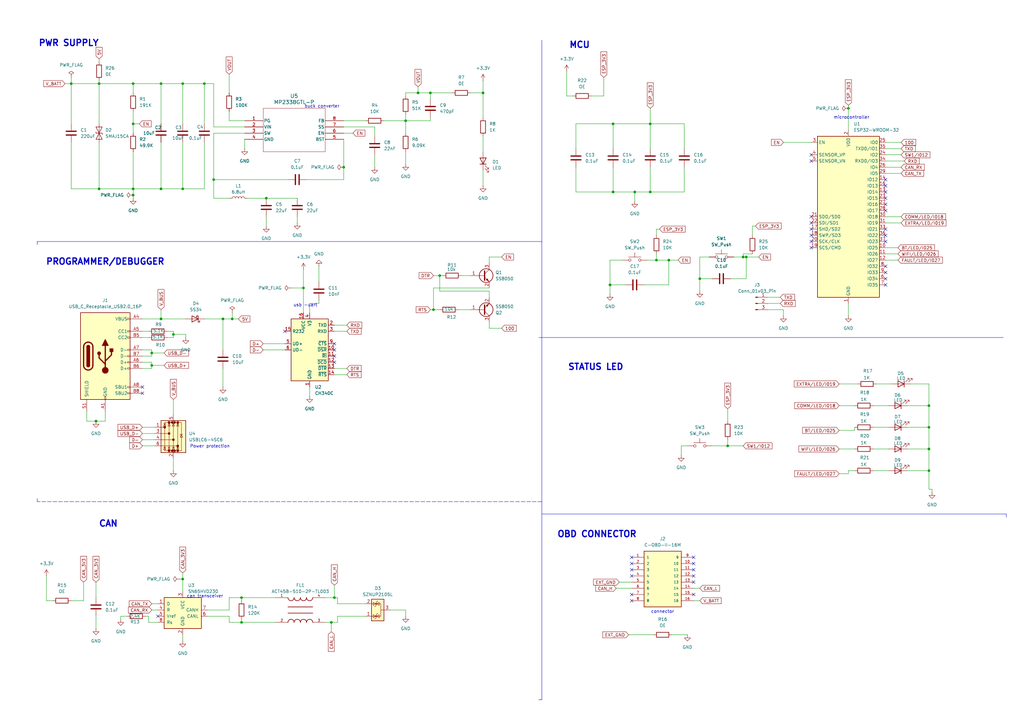
<source format=kicad_sch>
(kicad_sch (version 20250114) (generator "eeschema") (generator_version "9.0")
  (paper "A3")
  (lib_symbols
    (symbol "ACT45B-510-2P-TL003:ACT45B-510-2P-TL003" (pin_names (offset 1.016))
      (property "Reference" "FL" (at -5.08 6.35 0))
      (property "Value" "ACT45B-510-2P-TL003" (at -5.08 -6.35 0))
      (symbol "ACT45B-510-2P-TL003_0_0"
        (pin passive line (at -10.16 5.08 0) (length 5.08) (name "~") (number "1"))
        (pin passive line (at -10.16 -5.08 0) (length 5.08) (name "~") (number "2"))
        (pin passive line (at 10.16 5.08 180) (length 5.08) (name "~") (number "4"))
        (pin passive line (at 10.16 -5.08 180) (length 5.08) (name "~") (number "3"))
      )
    )
    (symbol "C-OBD-II-16M:C-OBD-II-16M" (pin_names (offset 1.016))
      (property "Reference" "J" (at -7.62 11.43 0))
      (property "Value" "C-OBD-II-16M" (at -7.62 -13.97 0))
      (symbol "C-OBD-II-16M_0_0"
        (pin passive line (at -12.7 7.62 0) (length 5.08) (name "1") (number "1"))
        (pin passive line (at -12.7 5.08 0) (length 5.08) (name "2") (number "2"))
        (pin passive line (at -12.7 2.54 0) (length 5.08) (name "3") (number "3"))
        (pin passive line (at -12.7 0 0) (length 5.08) (name "4") (number "4"))
        (pin passive line (at -12.7 -2.54 0) (length 5.08) (name "5") (number "5"))
        (pin passive line (at -12.7 -5.08 0) (length 5.08) (name "6") (number "6"))
        (pin passive line (at -12.7 -7.62 0) (length 5.08) (name "7") (number "7"))
        (pin passive line (at -12.7 -10.16 0) (length 5.08) (name "8") (number "8"))
        (pin passive line (at 12.7 7.62 180) (length 5.08) (name "9") (number "9"))
        (pin passive line (at 12.7 5.08 180) (length 5.08) (name "10") (number "10"))
        (pin passive line (at 12.7 2.54 180) (length 5.08) (name "11") (number "11"))
        (pin passive line (at 12.7 0 180) (length 5.08) (name "12") (number "12"))
        (pin passive line (at 12.7 -2.54 180) (length 5.08) (name "13") (number "13"))
        (pin passive line (at 12.7 -5.08 180) (length 5.08) (name "14") (number "14"))
        (pin passive line (at 12.7 -7.62 180) (length 5.08) (name "15") (number "15"))
        (pin passive line (at 12.7 -10.16 180) (length 5.08) (name "16") (number "16"))
      )
    )
    (symbol "Connector:Conn_01x03_Pin" (pin_names (offset 1.016) (hide yes))
      (property "Reference" "J" (at 0 5.08 0))
      (property "Value" "Conn_01x03_Pin" (at 0 -5.08 0))
      (symbol "Conn_01x03_Pin_1_1"
        (pin passive line (at 5.08 2.54 180) (length 3.81) (name "Pin_1") (number "1"))
        (pin passive line (at 5.08 0 180) (length 3.81) (name "Pin_2") (number "2"))
        (pin passive line (at 5.08 -2.54 180) (length 3.81) (name "Pin_3") (number "3"))
      )
    )
    (symbol "Connector:USB_C_Receptacle_USB2.0_16P" (pin_names (offset 1.016))
      (property "Reference" "J" (at 0 22.225 0))
      (property "Value" "USB_C_Receptacle_USB2.0_16P" (at 0 19.685 0))
      (symbol "USB_C_Receptacle_USB2.0_16P_1_1"
        (pin passive line (at -7.62 -22.86 90) (length 5.08) (name "SHIELD") (number "S1"))
        (pin passive line (at 0 -22.86 90) (length 5.08) (name "GND") (number "A1"))
        (pin passive line (at 0 -22.86 90) (length 5.08) (hide yes) (name "GND") (number "A12"))
        (pin passive line (at 0 -22.86 90) (length 5.08) (hide yes) (name "GND") (number "B1"))
        (pin passive line (at 0 -22.86 90) (length 5.08) (hide yes) (name "GND") (number "B12"))
        (pin passive line (at 15.24 15.24 180) (length 5.08) (name "VBUS") (number "A4"))
        (pin passive line (at 15.24 15.24 180) (length 5.08) (hide yes) (name "VBUS") (number "A9"))
        (pin passive line (at 15.24 15.24 180) (length 5.08) (hide yes) (name "VBUS") (number "B4"))
        (pin passive line (at 15.24 15.24 180) (length 5.08) (hide yes) (name "VBUS") (number "B9"))
        (pin bidirectional line (at 15.24 10.16 180) (length 5.08) (name "CC1") (number "A5"))
        (pin bidirectional line (at 15.24 7.62 180) (length 5.08) (name "CC2") (number "B5"))
        (pin bidirectional line (at 15.24 2.54 180) (length 5.08) (name "D-") (number "A7"))
        (pin bidirectional line (at 15.24 0 180) (length 5.08) (name "D-") (number "B7"))
        (pin bidirectional line (at 15.24 -2.54 180) (length 5.08) (name "D+") (number "A6"))
        (pin bidirectional line (at 15.24 -5.08 180) (length 5.08) (name "D+") (number "B6"))
        (pin bidirectional line (at 15.24 -12.7 180) (length 5.08) (name "SBU1") (number "A8"))
        (pin bidirectional line (at 15.24 -15.24 180) (length 5.08) (name "SBU2") (number "B8"))
      )
    )
    (symbol "Device:C" (pin_numbers (hide yes)) (pin_names (offset 0.254))
      (property "Reference" "C" (at 0.635 2.54 0))
      (property "Value" "C" (at 0.635 -2.54 0))
      (symbol "C_1_1"
        (pin passive line (at 0 3.81 270) (length 2.794) (name "~") (number "1"))
        (pin passive line (at 0 -3.81 90) (length 2.794) (name "~") (number "2"))
      )
    )
    (symbol "Device:L" (pin_numbers (hide yes)) (pin_names (offset 1.016) (hide yes))
      (property "Reference" "L" (at -1.27 0 90))
      (property "Value" "L" (at 1.905 0 90))
      (symbol "L_1_1"
        (pin passive line (at 0 3.81 270) (length 1.27) (name "1") (number "1"))
        (pin passive line (at 0 -3.81 90) (length 1.27) (name "2") (number "2"))
      )
    )
    (symbol "Device:LED" (pin_numbers (hide yes)) (pin_names (offset 1.016) (hide yes))
      (property "Reference" "D" (at 0 2.54 0))
      (property "Value" "LED" (at 0 -2.54 0))
      (symbol "LED_1_1"
        (pin passive line (at -3.81 0 0) (length 2.54) (name "K") (number "1"))
        (pin passive line (at 3.81 0 180) (length 2.54) (name "A") (number "2"))
      )
    )
    (symbol "Device:R" (pin_numbers (hide yes)) (pin_names (offset 0))
      (property "Reference" "R" (at 2.032 0 90))
      (property "Value" "R" (at 0 0 90))
      (symbol "R_1_1"
        (pin passive line (at 0 3.81 270) (length 1.27) (name "~") (number "1"))
        (pin passive line (at 0 -3.81 90) (length 1.27) (name "~") (number "2"))
      )
    )
    (symbol "Diode:SMAJ15CA" (pin_numbers (hide yes)) (pin_names (offset 1.016) (hide yes))
      (property "Reference" "D" (at 0 2.54 0))
      (property "Value" "SMAJ15CA" (at 0 -2.54 0))
      (symbol "SMAJ15CA_1_1"
        (pin passive line (at -3.81 0 0) (length 2.54) (name "A1") (number "1"))
        (pin passive line (at 3.81 0 180) (length 2.54) (name "A2") (number "2"))
      )
    )
    (symbol "Diode:SS34" (pin_numbers (hide yes)) (pin_names (offset 1.016) (hide yes))
      (property "Reference" "D" (at 0 2.54 0))
      (property "Value" "SS34" (at 0 -2.54 0))
      (symbol "SS34_1_1"
        (pin passive line (at -3.81 0 0) (length 2.54) (name "K") (number "1"))
        (pin passive line (at 3.81 0 180) (length 2.54) (name "A") (number "2"))
      )
    )
    (symbol "Interface_CAN_LIN:SN65HVD230" (pin_names (offset 1.016))
      (property "Reference" "U" (at -2.54 10.16 0))
      (property "Value" "SN65HVD230" (at -2.54 7.62 0))
      (symbol "SN65HVD230_1_1"
        (pin input line (at -10.16 2.54 0) (length 2.54) (name "D") (number "1"))
        (pin output line (at -10.16 0 0) (length 2.54) (name "R") (number "4"))
        (pin output line (at -10.16 -2.54 0) (length 2.54) (name "Vref") (number "5"))
        (pin input line (at -10.16 -5.08 0) (length 2.54) (name "Rs") (number "8"))
        (pin power_in line (at 0 7.62 270) (length 2.54) (name "VCC") (number "3"))
        (pin power_in line (at 0 -10.16 90) (length 2.54) (name "GND") (number "2"))
        (pin bidirectional line (at 10.16 0 180) (length 2.54) (name "CANH") (number "7"))
        (pin bidirectional line (at 10.16 -2.54 180) (length 2.54) (name "CANL") (number "6"))
      )
    )
    (symbol "Interface_USB:CH340C"
      (property "Reference" "U" (at -5.08 13.97 0))
      (property "Value" "CH340C" (at 1.27 13.97 0))
      (symbol "CH340C_1_1"
        (pin input line (at -10.16 7.62 0) (length 2.54) (name "R232") (number "15"))
        (pin bidirectional line (at -10.16 2.54 0) (length 2.54) (name "UD+") (number "5"))
        (pin bidirectional line (at -10.16 0 0) (length 2.54) (name "UD-") (number "6"))
        (pin no_connect line (at -7.62 -5.08 0) (length 2.54) (hide yes) (name "NC") (number "7"))
        (pin no_connect line (at -7.62 -7.62 0) (length 2.54) (hide yes) (name "NC") (number "8"))
        (pin power_in line (at -2.54 15.24 270) (length 2.54) (name "VCC") (number "16"))
        (pin power_out line (at 0 15.24 270) (length 2.54) (name "V3") (number "4"))
        (pin power_in line (at 0 -15.24 90) (length 2.54) (name "GND") (number "1"))
        (pin output line (at 10.16 10.16 180) (length 2.54) (name "TXD") (number "2"))
        (pin input line (at 10.16 7.62 180) (length 2.54) (name "RXD") (number "3"))
        (pin input line (at 10.16 2.54 180) (length 2.54) (name "~{CTS}") (number "9"))
        (pin input line (at 10.16 0 180) (length 2.54) (name "~{DSR}") (number "10"))
        (pin input line (at 10.16 -2.54 180) (length 2.54) (name "~{RI}") (number "11"))
        (pin input line (at 10.16 -5.08 180) (length 2.54) (name "~{DCD}") (number "12"))
        (pin output line (at 10.16 -7.62 180) (length 2.54) (name "~{DTR}") (number "13"))
        (pin output line (at 10.16 -10.16 180) (length 2.54) (name "~{RTS}") (number "14"))
      )
    )
    (symbol "MP2338_MNP:MP2338GTL-P" (pin_names (offset 0.254))
      (property "Reference" "U" (at 20.32 10.16 0))
      (property "Value" "MP2338GTL-P" (at 20.32 7.62 0))
      (symbol "MP2338GTL-P_0_1"
        (pin output line (at 0 0 0) (length 7.62) (name "PG") (number "1"))
        (pin power_in line (at 0 -2.54 0) (length 7.62) (name "VIN") (number "2"))
        (pin output line (at 0 -5.08 0) (length 7.62) (name "SW") (number "3"))
        (pin power_in line (at 0 -7.62 0) (length 7.62) (name "GND") (number "4"))
        (pin output line (at 40.64 0 180) (length 7.62) (name "FB") (number "8"))
        (pin unspecified line (at 40.64 -2.54 180) (length 7.62) (name "SS") (number "7"))
        (pin input line (at 40.64 -5.08 180) (length 7.62) (name "EN") (number "6"))
        (pin power_in line (at 40.64 -7.62 180) (length 7.62) (name "BST") (number "5"))
      )
    )
    (symbol "Power_Protection:SZNUP2105L" (pin_names (hide yes))
      (property "Reference" "D" (at 5.715 2.54 0))
      (property "Value" "SZNUP2105L" (at 5.715 0.635 0))
      (symbol "SZNUP2105L_0_0"
        (pin passive line (at 0 -5.08 90) (length 2.54) (name "A") (number "3"))
      )
      (symbol "SZNUP2105L_1_1"
        (pin passive line (at -2.54 5.08 270) (length 2.54) (name "K") (number "1"))
        (pin passive line (at 2.54 5.08 270) (length 2.54) (name "K") (number "2"))
      )
    )
    (symbol "Power_Protection:USBLC6-4SC6" (pin_names (hide yes))
      (property "Reference" "U" (at 1.27 9.525 0))
      (property "Value" "USBLC6-4SC6" (at 1.27 6.985 0))
      (symbol "USBLC6-4SC6_1_1"
        (pin passive line (at -7.62 2.54 0) (length 2.54) (name "I/O1") (number "1"))
        (pin passive line (at -7.62 0 0) (length 2.54) (name "I/O2") (number "3"))
        (pin passive line (at -7.62 -2.54 0) (length 2.54) (name "I/O3") (number "4"))
        (pin passive line (at -7.62 -5.08 0) (length 2.54) (name "I/O4") (number "6"))
        (pin passive line (at 0 7.62 270) (length 2.54) (name "VBUS") (number "5"))
        (pin passive line (at 0 -10.16 90) (length 2.54) (name "GND") (number "2"))
      )
    )
    (symbol "RF_Module:ESP32-WROOM-32"
      (property "Reference" "U" (at -12.7 34.29 0))
      (property "Value" "ESP32-WROOM-32" (at 1.27 34.29 0))
      (symbol "ESP32-WROOM-32_1_1"
        (pin input line (at -15.24 30.48 0) (length 2.54) (name "EN") (number "3"))
        (pin input line (at -15.24 25.4 0) (length 2.54) (name "SENSOR_VP") (number "4"))
        (pin input line (at -15.24 22.86 0) (length 2.54) (name "SENSOR_VN") (number "5"))
        (pin bidirectional line (at -15.24 0 0) (length 2.54) (name "SDO/SD0") (number "21"))
        (pin bidirectional line (at -15.24 -2.54 0) (length 2.54) (name "SDI/SD1") (number "22"))
        (pin bidirectional line (at -15.24 -5.08 0) (length 2.54) (name "SHD/SD2") (number "17"))
        (pin bidirectional line (at -15.24 -7.62 0) (length 2.54) (name "SWP/SD3") (number "18"))
        (pin bidirectional line (at -15.24 -10.16 0) (length 2.54) (name "SCK/CLK") (number "20"))
        (pin bidirectional line (at -15.24 -12.7 0) (length 2.54) (name "SCS/CMD") (number "19"))
        (pin no_connect line (at -12.7 -27.94 0) (length 2.54) (hide yes) (name "NC") (number "32"))
        (pin power_in line (at 0 35.56 270) (length 2.54) (name "VDD") (number "2"))
        (pin power_in line (at 0 -35.56 90) (length 2.54) (name "GND") (number "1"))
        (pin passive line (at 0 -35.56 90) (length 2.54) (hide yes) (name "GND") (number "15"))
        (pin passive line (at 0 -35.56 90) (length 2.54) (hide yes) (name "GND") (number "38"))
        (pin passive line (at 0 -35.56 90) (length 2.54) (hide yes) (name "GND") (number "39"))
        (pin bidirectional line (at 15.24 30.48 180) (length 2.54) (name "IO0") (number "25"))
        (pin bidirectional line (at 15.24 27.94 180) (length 2.54) (name "TXD0/IO1") (number "35"))
        (pin bidirectional line (at 15.24 25.4 180) (length 2.54) (name "IO2") (number "24"))
        (pin bidirectional line (at 15.24 22.86 180) (length 2.54) (name "RXD0/IO3") (number "34"))
        (pin bidirectional line (at 15.24 20.32 180) (length 2.54) (name "IO4") (number "26"))
        (pin bidirectional line (at 15.24 17.78 180) (length 2.54) (name "IO5") (number "29"))
        (pin bidirectional line (at 15.24 15.24 180) (length 2.54) (name "IO12") (number "14"))
        (pin bidirectional line (at 15.24 12.7 180) (length 2.54) (name "IO13") (number "16"))
        (pin bidirectional line (at 15.24 10.16 180) (length 2.54) (name "IO14") (number "13"))
        (pin bidirectional line (at 15.24 7.62 180) (length 2.54) (name "IO15") (number "23"))
        (pin bidirectional line (at 15.24 5.08 180) (length 2.54) (name "IO16") (number "27"))
        (pin bidirectional line (at 15.24 2.54 180) (length 2.54) (name "IO17") (number "28"))
        (pin bidirectional line (at 15.24 0 180) (length 2.54) (name "IO18") (number "30"))
        (pin bidirectional line (at 15.24 -2.54 180) (length 2.54) (name "IO19") (number "31"))
        (pin bidirectional line (at 15.24 -5.08 180) (length 2.54) (name "IO21") (number "33"))
        (pin bidirectional line (at 15.24 -7.62 180) (length 2.54) (name "IO22") (number "36"))
        (pin bidirectional line (at 15.24 -10.16 180) (length 2.54) (name "IO23") (number "37"))
        (pin bidirectional line (at 15.24 -12.7 180) (length 2.54) (name "IO25") (number "10"))
        (pin bidirectional line (at 15.24 -15.24 180) (length 2.54) (name "IO26") (number "11"))
        (pin bidirectional line (at 15.24 -17.78 180) (length 2.54) (name "IO27") (number "12"))
        (pin bidirectional line (at 15.24 -20.32 180) (length 2.54) (name "IO32") (number "8"))
        (pin bidirectional line (at 15.24 -22.86 180) (length 2.54) (name "IO33") (number "9"))
        (pin input line (at 15.24 -25.4 180) (length 2.54) (name "IO34") (number "6"))
        (pin input line (at 15.24 -27.94 180) (length 2.54) (name "IO35") (number "7"))
      )
    )
    (symbol "Switch:SW_Push" (pin_numbers (hide yes)) (pin_names (offset 1.016) (hide yes))
      (property "Reference" "SW" (at 1.27 2.54 0))
      (property "Value" "SW_Push" (at 0 -1.524 0))
      (symbol "SW_Push_0_1"
        (pin passive line (at -5.08 0 0) (length 2.54) (name "1") (number "1"))
        (pin passive line (at 5.08 0 180) (length 2.54) (name "2") (number "2"))
      )
    )
    (symbol "Transistor_BJT:SS8050" (pin_names (offset 0) (hide yes))
      (property "Reference" "Q" (at 5.08 1.905 0))
      (property "Value" "SS8050" (at 5.08 0 0))
      (symbol "SS8050_1_1"
        (pin input line (at -5.08 0 0) (length 2.54) (name "B") (number "1"))
        (pin passive line (at 2.54 5.08 270) (length 2.54) (name "C") (number "3"))
        (pin passive line (at 2.54 -5.08 90) (length 2.54) (name "E") (number "2"))
      )
    )
    (symbol "power:+3.3V" (power) (pin_numbers (hide yes)) (pin_names (offset 0) (hide yes))
      (property "Value" "+3.3V" (at 0 3.556 0))
      (symbol "+3.3V_1_1"
        (pin power_in line (at 0 0 90) (length 0) (name "~") (number "1"))
      )
    )
    (symbol "power:GND" (power) (pin_numbers (hide yes)) (pin_names (offset 0) (hide yes))
      (property "Value" "GND" (at 0 -3.81 0))
      (symbol "GND_1_1"
        (pin power_in line (at 0 0 270) (length 0) (name "~") (number "1"))
      )
    )
    (symbol "power:PWR_FLAG" (power) (pin_numbers (hide yes)) (pin_names (offset 0) (hide yes))
      (property "Value" "PWR_FLAG" (at 0 3.81 0))
      (symbol "PWR_FLAG_0_0"
        (pin power_out line (at 0 0 90) (length 0) (name "~") (number "1"))
      )
    )
  )
  (text "MCU\n" (at 237.744 18.542 0) (effects (font (size 2.54 2.54) (thickness 0.508) (bold yes))))
  (text "usb -uart" (at 125.222 125.222 0) (effects (font (size 1.27 1.27))))
  (text "connector\n" (at 271.78 250.952 0) (effects (font (size 1.27 1.27))))
  (text "can transceiver\n" (at 84.074 244.602 0) (effects (font (size 1.27 1.27))))
  (text "microcontroller" (at 349.25 48.26 0) (effects (font (size 1.27 1.27))))
  (text "OBD CONNECTOR\n" (at 244.856 219.202 0) (effects (font (size 2.54 2.54) (thickness 0.508) (bold yes))))
  (text "CAN" (at 44.45 214.884 0) (effects (font (size 2.54 2.54) (thickness 0.508) (bold yes))))
  (text "PWR SUPPLY" (at 28.194 17.78 0) (effects (font (size 2.54 2.54) (thickness 0.508) (bold yes))))
  (text "buck converter\n" (at 132.08 43.688 0) (effects (font (size 1.27 1.27))))
  (text "Power protection" (at 86.106 183.134 0) (effects (font (size 1.27 1.27))))
  (text "PROGRAMMER/DEBUGGER\n" (at 43.18 107.442 0) (effects (font (size 2.54 2.54) (thickness 0.508) (bold yes))))
  (text "STATUS LED\n" (at 244.348 150.622 0) (effects (font (size 2.54 2.54) (thickness 0.508) (bold yes))))
  (junction (at 306.07 105.41))
  (junction (at 171.45 38.1))
  (junction (at 176.53 38.1))
  (junction (at 251.46 50.8))
  (junction (at 54.61 80.01))
  (junction (at 177.8 127))
  (junction (at 29.21 34.29))
  (junction (at 260.35 78.74))
  (junction (at 62.23 144.78))
  (junction (at 99.06 245.11))
  (junction (at 274.32 106.68))
  (junction (at 99.06 255.27))
  (junction (at 62.23 149.86))
  (junction (at 266.7 50.8))
  (junction (at 298.45 182.88))
  (junction (at 66.04 34.29))
  (junction (at 251.46 78.74))
  (junction (at 135.89 255.27))
  (junction (at 166.37 49.53))
  (junction (at 198.12 38.1))
  (junction (at 381 166.37))
  (junction (at 304.8 105.41))
  (junction (at 40.64 34.29))
  (junction (at 180.34 113.03))
  (junction (at 39.37 172.72))
  (junction (at 40.64 77.47))
  (junction (at 381 184.15))
  (junction (at 347.98 44.45))
  (junction (at 266.7 78.74))
  (junction (at 71.12 137.16))
  (junction (at 109.22 81.28))
  (junction (at 54.61 34.29))
  (junction (at 137.16 245.11))
  (junction (at 91.44 130.81))
  (junction (at 74.93 237.49))
  (junction (at 83.82 34.29))
  (junction (at 74.93 77.47))
  (junction (at 250.19 116.84))
  (junction (at 269.24 106.68))
  (junction (at 74.93 34.29))
  (junction (at 95.25 130.81))
  (junction (at 66.04 77.47))
  (junction (at 87.63 73.66))
  (junction (at 287.02 114.3))
  (junction (at 124.46 118.11))
  (junction (at 66.04 130.81))
  (junction (at 140.97 68.58))
  (junction (at 54.61 77.47))
  (junction (at 54.61 50.8))
  (junction (at 381 193.04))
  (junction (at 381 175.26))
  (no_connect (at 363.22 93.98))
  (no_connect (at 332.74 96.52))
  (no_connect (at 332.74 99.06))
  (no_connect (at 363.22 78.74))
  (no_connect (at 137.16 148.59))
  (no_connect (at 363.22 96.52))
  (no_connect (at 58.42 158.75))
  (no_connect (at 363.22 111.76))
  (no_connect (at 363.22 109.22))
  (no_connect (at 363.22 76.2))
  (no_connect (at 137.16 143.51))
  (no_connect (at 363.22 81.28))
  (no_connect (at 284.48 231.14))
  (no_connect (at 137.16 140.97))
  (no_connect (at 284.48 228.6))
  (no_connect (at 363.22 116.84))
  (no_connect (at 137.16 146.05))
  (no_connect (at 332.74 93.98))
  (no_connect (at 363.22 73.66))
  (no_connect (at 259.08 231.14))
  (no_connect (at 332.74 63.5))
  (no_connect (at 332.74 101.6))
  (no_connect (at 332.74 91.44))
  (no_connect (at 332.74 88.9))
  (no_connect (at 64.77 252.73))
  (no_connect (at 363.22 86.36))
  (no_connect (at 259.08 246.38))
  (no_connect (at 363.22 99.06))
  (no_connect (at 259.08 236.22))
  (no_connect (at 284.48 238.76))
  (no_connect (at 363.22 114.3))
  (no_connect (at 259.08 228.6))
  (no_connect (at 259.08 243.84))
  (no_connect (at 116.84 135.89))
  (no_connect (at 284.48 243.84))
  (no_connect (at 284.48 236.22))
  (no_connect (at 332.74 66.04))
  (no_connect (at 58.42 161.29))
  (no_connect (at 363.22 83.82))
  (no_connect (at 284.48 233.68))
  (no_connect (at 259.08 233.68))
  (wire (pts (xy 187.96 127) (xy 193.04 127)))
  (wire (pts (xy 247.65 31.75) (xy 247.65 39.37)))
  (wire (pts (xy 298.45 167.64) (xy 298.45 172.72)))
  (wire (pts (xy 269.24 93.98) (xy 269.24 96.52)))
  (wire (pts (xy 87.63 73.66) (xy 87.63 81.28)))
  (wire (pts (xy 381 193.04) (xy 381 200.66)))
  (wire (pts (xy 83.82 77.47) (xy 83.82 58.42)))
  (wire (pts (xy 157.48 49.53) (xy 166.37 49.53)))
  (wire (pts (xy 29.21 58.42) (xy 29.21 77.47)))
  (wire (pts (xy 306.07 114.3) (xy 299.72 114.3)))
  (wire (pts (xy 140.97 52.07) (xy 153.67 52.07)))
  (wire (pts (xy 372.11 175.26) (xy 381 175.26)))
  (wire (pts (xy 40.64 77.47) (xy 54.61 77.47)))
  (wire (pts (xy 176.53 38.1) (xy 185.42 38.1)))
  (wire (pts (xy 298.45 182.88) (xy 304.8 182.88)))
  (wire (pts (xy 100.33 57.15) (xy 100.33 60.96)))
  (wire (pts (xy 166.37 49.53) (xy 166.37 54.61)))
  (wire (pts (xy 58.42 135.89) (xy 60.96 135.89)))
  (wire (pts (xy 54.61 77.47) (xy 66.04 77.47)))
  (wire (pts (xy 176.53 38.1) (xy 176.53 40.64)))
  (wire (pts (xy 344.17 176.53) (xy 350.52 176.53)))
  (wire (pts (xy 40.64 58.42) (xy 40.64 77.47)))
  (wire (pts (xy 269.24 106.68) (xy 274.32 106.68)))
  (wire (pts (xy 359.41 157.48) (xy 365.76 157.48)))
  (wire (pts (xy 137.16 151.13) (xy 142.24 151.13)))
  (wire (pts (xy 133.35 255.27) (xy 135.89 255.27)))
  (wire (pts (xy 74.93 34.29) (xy 74.93 50.8)))
  (wire (pts (xy 137.16 135.89) (xy 142.24 135.89)))
  (wire (pts (xy 284.48 241.3) (xy 287.02 241.3)))
  (wire (pts (xy 236.22 60.96) (xy 236.22 50.8)))
  (wire (pts (xy 71.12 137.16) (xy 76.2 137.16)))
  (wire (pts (xy 58.42 138.43) (xy 60.96 138.43)))
  (wire (pts (xy 363.22 106.68) (xy 368.3 106.68)))
  (wire (pts (xy 58.42 148.59) (xy 62.23 148.59)))
  (wire (pts (xy 347.98 44.45) (xy 347.98 53.34)))
  (wire (pts (xy 62.23 250.19) (xy 64.77 250.19)))
  (wire (pts (xy 381 175.26) (xy 381 184.15)))
  (wire (pts (xy 363.22 60.96) (xy 369.57 60.96)))
  (wire (pts (xy 382.27 200.66) (xy 382.27 201.93)))
  (wire (pts (xy 35.56 172.72) (xy 39.37 172.72)))
  (wire (pts (xy 35.56 168.91) (xy 35.56 172.72)))
  (wire (pts (xy 234.95 39.37) (xy 232.41 39.37)))
  (wire (pts (xy 198.12 38.1) (xy 198.12 48.26)))
  (wire (pts (xy 287.02 114.3) (xy 292.1 114.3)))
  (wire (pts (xy 149.86 247.65) (xy 138.43 247.65)))
  (wire (pts (xy 54.61 45.72) (xy 54.61 50.8)))
  (wire (pts (xy 200.66 121.92) (xy 200.66 119.38)))
  (wire (pts (xy 274.32 106.68) (xy 278.13 106.68)))
  (wire (pts (xy 260.35 78.74) (xy 260.35 82.55)))
  (wire (pts (xy 58.42 177.8) (xy 63.5 177.8)))
  (wire (pts (xy 200.66 105.41) (xy 200.66 107.95)))
  (wire (pts (xy 68.58 138.43) (xy 71.12 138.43)))
  (wire (pts (xy 153.67 63.5) (xy 153.67 68.58)))
  (wire (pts (xy 127 124.46) (xy 130.81 124.46)))
  (wire (pts (xy 127 158.75) (xy 127 162.56)))
  (wire (pts (xy 87.63 34.29) (xy 83.82 34.29)))
  (wire (pts (xy 91.44 130.81) (xy 95.25 130.81)))
  (wire (pts (xy 137.16 153.67) (xy 142.24 153.67)))
  (wire (pts (xy 29.21 31.75) (xy 29.21 34.29)))
  (wire (pts (xy 180.34 113.03) (xy 181.61 113.03)))
  (wire (pts (xy 363.22 101.6) (xy 368.3 101.6)))
  (wire (pts (xy 99.06 246.38) (xy 99.06 245.11)))
  (wire (pts (xy 58.42 175.26) (xy 63.5 175.26)))
  (polyline (pts (xy 222.25 210.82) (xy 412.75 210.82)))
  (wire (pts (xy 358.14 193.04) (xy 364.49 193.04)))
  (wire (pts (xy 284.48 246.38) (xy 287.02 246.38)))
  (wire (pts (xy 71.12 163.83) (xy 71.12 170.18)))
  (wire (pts (xy 138.43 247.65) (xy 138.43 245.11)))
  (wire (pts (xy 200.66 134.62) (xy 200.66 132.08)))
  (wire (pts (xy 66.04 58.42) (xy 66.04 77.47)))
  (wire (pts (xy 347.98 43.18) (xy 347.98 44.45)))
  (wire (pts (xy 39.37 252.73) (xy 39.37 257.81)))
  (wire (pts (xy 124.46 118.11) (xy 124.46 128.27)))
  (wire (pts (xy 54.61 77.47) (xy 54.61 80.01)))
  (wire (pts (xy 266.7 44.45) (xy 266.7 50.8)))
  (wire (pts (xy 166.37 49.53) (xy 166.37 46.99)))
  (wire (pts (xy 137.16 240.03) (xy 137.16 245.11)))
  (wire (pts (xy 107.95 140.97) (xy 116.84 140.97)))
  (wire (pts (xy 140.97 54.61) (xy 144.78 54.61)))
  (wire (pts (xy 91.44 143.51) (xy 91.44 130.81)))
  (wire (pts (xy 101.6 81.28) (xy 109.22 81.28)))
  (wire (pts (xy 358.14 166.37) (xy 364.49 166.37)))
  (wire (pts (xy 260.35 78.74) (xy 266.7 78.74)))
  (wire (pts (xy 166.37 62.23) (xy 166.37 67.31)))
  (wire (pts (xy 74.93 237.49) (xy 74.93 242.57)))
  (wire (pts (xy 358.14 175.26) (xy 364.49 175.26)))
  (wire (pts (xy 121.92 88.9) (xy 121.92 91.44)))
  (wire (pts (xy 350.52 176.53) (xy 350.52 175.26)))
  (wire (pts (xy 127 128.27) (xy 127 124.46)))
  (wire (pts (xy 344.17 166.37) (xy 350.52 166.37)))
  (wire (pts (xy 205.74 105.41) (xy 200.66 105.41)))
  (wire (pts (xy 124.46 110.49) (xy 124.46 118.11)))
  (wire (pts (xy 287.02 114.3) (xy 287.02 105.41)))
  (wire (pts (xy 71.12 187.96) (xy 71.12 193.04)))
  (wire (pts (xy 29.21 77.47) (xy 40.64 77.47)))
  (wire (pts (xy 236.22 78.74) (xy 251.46 78.74)))
  (wire (pts (xy 40.64 24.13) (xy 40.64 25.4)))
  (wire (pts (xy 372.11 166.37) (xy 381 166.37)))
  (wire (pts (xy 166.37 250.19) (xy 166.37 252.73)))
  (wire (pts (xy 287.02 119.38) (xy 287.02 114.3)))
  (wire (pts (xy 54.61 50.8) (xy 54.61 54.61)))
  (wire (pts (xy 91.44 130.81) (xy 83.82 130.81)))
  (wire (pts (xy 109.22 81.28) (xy 121.92 81.28)))
  (wire (pts (xy 135.89 255.27) (xy 138.43 255.27)))
  (wire (pts (xy 76.2 138.43) (xy 76.2 137.16)))
  (wire (pts (xy 74.93 58.42) (xy 74.93 77.47)))
  (wire (pts (xy 198.12 33.02) (xy 198.12 38.1)))
  (wire (pts (xy 252.73 241.3) (xy 259.08 241.3)))
  (wire (pts (xy 189.23 113.03) (xy 193.04 113.03)))
  (wire (pts (xy 153.67 52.07) (xy 153.67 55.88)))
  (wire (pts (xy 19.05 246.38) (xy 19.05 236.22)))
  (wire (pts (xy 49.53 252.73) (xy 49.53 254)))
  (wire (pts (xy 280.67 50.8) (xy 280.67 60.96)))
  (polyline (pts (xy 220.98 138.43) (xy 411.48 138.43)))
  (wire (pts (xy 251.46 50.8) (xy 266.7 50.8)))
  (wire (pts (xy 73.66 237.49) (xy 74.93 237.49)))
  (polyline (pts (xy 222.25 205.74) (xy 15.24 205.74)) (stroke (width 0) (type dash)))
  (wire (pts (xy 135.89 255.27) (xy 135.89 259.08)))
  (polyline (pts (xy 220.98 287.02) (xy 222.25 287.02)))
  (wire (pts (xy 68.58 135.89) (xy 71.12 135.89)))
  (wire (pts (xy 21.59 246.38) (xy 19.05 246.38)))
  (wire (pts (xy 58.42 180.34) (xy 63.5 180.34)))
  (wire (pts (xy 54.61 62.23) (xy 54.61 77.47)))
  (wire (pts (xy 166.37 38.1) (xy 171.45 38.1)))
  (wire (pts (xy 74.93 34.29) (xy 83.82 34.29)))
  (wire (pts (xy 119.38 118.11) (xy 124.46 118.11)))
  (wire (pts (xy 254 238.76) (xy 259.08 238.76)))
  (wire (pts (xy 363.22 66.04) (xy 370.84 66.04)))
  (wire (pts (xy 62.23 247.65) (xy 64.77 247.65)))
  (wire (pts (xy 71.12 137.16) (xy 71.12 138.43)))
  (wire (pts (xy 66.04 34.29) (xy 74.93 34.29)))
  (wire (pts (xy 137.16 133.35) (xy 142.24 133.35)))
  (wire (pts (xy 381 184.15) (xy 381 193.04)))
  (wire (pts (xy 274.32 116.84) (xy 264.16 116.84)))
  (wire (pts (xy 275.59 260.35) (xy 281.94 260.35)))
  (wire (pts (xy 236.22 50.8) (xy 251.46 50.8)))
  (wire (pts (xy 140.97 73.66) (xy 125.73 73.66)))
  (wire (pts (xy 274.32 106.68) (xy 274.32 116.84)))
  (wire (pts (xy 236.22 68.58) (xy 236.22 78.74)))
  (wire (pts (xy 321.31 58.42) (xy 332.74 58.42)))
  (wire (pts (xy 87.63 52.07) (xy 87.63 34.29)))
  (wire (pts (xy 198.12 55.88) (xy 198.12 62.23)))
  (wire (pts (xy 60.96 255.27) (xy 60.96 252.73)))
  (wire (pts (xy 140.97 68.58) (xy 140.97 73.66)))
  (wire (pts (xy 347.98 194.31) (xy 347.98 193.04)))
  (wire (pts (xy 62.23 148.59) (xy 62.23 149.86)))
  (wire (pts (xy 140.97 49.53) (xy 149.86 49.53)))
  (wire (pts (xy 309.88 92.71) (xy 308.61 92.71)))
  (polyline (pts (xy 15.24 204.47) (xy 15.24 205.74)) (stroke (width 0) (type dash)))
  (wire (pts (xy 93.98 255.27) (xy 99.06 255.27)))
  (wire (pts (xy 58.42 182.88) (xy 63.5 182.88)))
  (wire (pts (xy 266.7 60.96) (xy 266.7 50.8)))
  (wire (pts (xy 266.7 50.8) (xy 280.67 50.8)))
  (wire (pts (xy 304.8 104.14) (xy 304.8 105.41)))
  (wire (pts (xy 321.31 127) (xy 321.31 129.54)))
  (wire (pts (xy 39.37 238.76) (xy 39.37 245.11)))
  (wire (pts (xy 87.63 73.66) (xy 118.11 73.66)))
  (wire (pts (xy 95.25 128.27) (xy 95.25 130.81)))
  (wire (pts (xy 66.04 127) (xy 66.04 130.81)))
  (wire (pts (xy 138.43 252.73) (xy 149.86 252.73)))
  (wire (pts (xy 87.63 81.28) (xy 93.98 81.28)))
  (wire (pts (xy 93.98 30.48) (xy 93.98 38.1)))
  (wire (pts (xy 29.21 50.8) (xy 29.21 34.29)))
  (wire (pts (xy 66.04 130.81) (xy 76.2 130.81)))
  (wire (pts (xy 74.93 260.35) (xy 74.93 262.89)))
  (wire (pts (xy 160.02 250.19) (xy 166.37 250.19)))
  (wire (pts (xy 34.29 238.76) (xy 34.29 246.38)))
  (wire (pts (xy 250.19 106.68) (xy 255.27 106.68)))
  (wire (pts (xy 99.06 245.11) (xy 113.03 245.11)))
  (wire (pts (xy 265.43 106.68) (xy 269.24 106.68)))
  (wire (pts (xy 60.96 252.73) (xy 59.69 252.73)))
  (wire (pts (xy 99.06 255.27) (xy 113.03 255.27)))
  (wire (pts (xy 363.22 91.44) (xy 369.57 91.44)))
  (wire (pts (xy 298.45 182.88) (xy 292.1 182.88)))
  (wire (pts (xy 247.65 39.37) (xy 242.57 39.37)))
  (wire (pts (xy 344.17 184.15) (xy 350.52 184.15)))
  (wire (pts (xy 269.24 104.14) (xy 269.24 106.68)))
  (wire (pts (xy 372.11 193.04) (xy 381 193.04)))
  (wire (pts (xy 344.17 157.48) (xy 351.79 157.48)))
  (wire (pts (xy 40.64 34.29) (xy 54.61 34.29)))
  (wire (pts (xy 347.98 193.04) (xy 350.52 193.04)))
  (wire (pts (xy 71.12 135.89) (xy 71.12 137.16)))
  (wire (pts (xy 373.38 157.48) (xy 381 157.48)))
  (wire (pts (xy 171.45 35.56) (xy 171.45 38.1)))
  (wire (pts (xy 91.44 151.13) (xy 91.44 158.75)))
  (wire (pts (xy 176.53 48.26) (xy 176.53 49.53)))
  (polyline (pts (xy 15.24 99.06) (xy 15.24 100.33)))
  (wire (pts (xy 62.23 143.51) (xy 62.23 144.78)))
  (wire (pts (xy 198.12 69.85) (xy 198.12 76.2)))
  (polyline (pts (xy 222.25 99.06) (xy 15.24 99.06)))
  (wire (pts (xy 130.81 124.46) (xy 130.81 123.19)))
  (wire (pts (xy 93.98 49.53) (xy 100.33 49.53)))
  (wire (pts (xy 176.53 127) (xy 177.8 127)))
  (wire (pts (xy 266.7 68.58) (xy 266.7 78.74)))
  (wire (pts (xy 314.96 124.46) (xy 320.04 124.46)))
  (wire (pts (xy 95.25 130.81) (xy 97.79 130.81)))
  (wire (pts (xy 314.96 121.92) (xy 320.04 121.92)))
  (wire (pts (xy 130.81 109.22) (xy 130.81 115.57)))
  (wire (pts (xy 166.37 39.37) (xy 166.37 38.1)))
  (wire (pts (xy 180.34 119.38) (xy 180.34 113.03)))
  (wire (pts (xy 314.96 127) (xy 321.31 127)))
  (wire (pts (xy 85.09 252.73) (xy 93.98 252.73)))
  (wire (pts (xy 54.61 50.8) (xy 57.15 50.8)))
  (wire (pts (xy 347.98 124.46) (xy 347.98 129.54)))
  (wire (pts (xy 381 157.48) (xy 381 166.37)))
  (wire (pts (xy 99.06 254) (xy 99.06 255.27)))
  (wire (pts (xy 176.53 49.53) (xy 166.37 49.53)))
  (wire (pts (xy 304.8 105.41) (xy 306.07 105.41)))
  (wire (pts (xy 93.98 250.19) (xy 93.98 245.11)))
  (wire (pts (xy 87.63 54.61) (xy 87.63 73.66)))
  (wire (pts (xy 177.8 118.11) (xy 177.8 127)))
  (wire (pts (xy 363.22 104.14) (xy 368.3 104.14)))
  (wire (pts (xy 140.97 57.15) (xy 140.97 68.58)))
  (wire (pts (xy 93.98 245.11) (xy 99.06 245.11)))
  (wire (pts (xy 363.22 71.12) (xy 369.57 71.12)))
  (wire (pts (xy 34.29 246.38) (xy 29.21 246.38)))
  (wire (pts (xy 270.51 93.98) (xy 269.24 93.98)))
  (wire (pts (xy 62.23 151.13) (xy 58.42 151.13)))
  (wire (pts (xy 363.22 58.42) (xy 369.57 58.42)))
  (wire (pts (xy 74.93 77.47) (xy 83.82 77.47)))
  (wire (pts (xy 62.23 149.86) (xy 62.23 151.13)))
  (wire (pts (xy 52.07 252.73) (xy 49.53 252.73)))
  (wire (pts (xy 193.04 38.1) (xy 198.12 38.1)))
  (wire (pts (xy 138.43 255.27) (xy 138.43 252.73)))
  (wire (pts (xy 177.8 127) (xy 180.34 127)))
  (wire (pts (xy 54.61 34.29) (xy 66.04 34.29)))
  (wire (pts (xy 93.98 45.72) (xy 93.98 49.53)))
  (wire (pts (xy 251.46 68.58) (xy 251.46 78.74)))
  (wire (pts (xy 64.77 255.27) (xy 60.96 255.27)))
  (wire (pts (xy 257.81 260.35) (xy 267.97 260.35)))
  (wire (pts (xy 372.11 184.15) (xy 381 184.15)))
  (wire (pts (xy 171.45 38.1) (xy 176.53 38.1)))
  (wire (pts (xy 306.07 105.41) (xy 306.07 114.3)))
  (wire (pts (xy 107.95 143.51) (xy 116.84 143.51)))
  (wire (pts (xy 85.09 250.19) (xy 93.98 250.19)))
  (wire (pts (xy 83.82 50.8) (xy 83.82 34.29)))
  (wire (pts (xy 363.22 63.5) (xy 369.57 63.5)))
  (wire (pts (xy 93.98 252.73) (xy 93.98 255.27)))
  (wire (pts (xy 26.67 34.29) (xy 29.21 34.29)))
  (wire (pts (xy 298.45 180.34) (xy 298.45 182.88)))
  (wire (pts (xy 251.46 78.74) (xy 260.35 78.74)))
  (wire (pts (xy 39.37 172.72) (xy 43.18 172.72)))
  (wire (pts (xy 66.04 77.47) (xy 74.93 77.47)))
  (wire (pts (xy 62.23 144.78) (xy 67.31 144.78)))
  (wire (pts (xy 287.02 105.41) (xy 290.83 105.41)))
  (wire (pts (xy 54.61 80.01) (xy 54.61 81.28)))
  (wire (pts (xy 300.99 105.41) (xy 304.8 105.41)))
  (wire (pts (xy 62.23 144.78) (xy 62.23 146.05)))
  (wire (pts (xy 381 200.66) (xy 382.27 200.66)))
  (wire (pts (xy 177.8 113.03) (xy 180.34 113.03)))
  (wire (pts (xy 74.93 234.95) (xy 74.93 237.49)))
  (wire (pts (xy 363.22 88.9) (xy 369.57 88.9)))
  (wire (pts (xy 279.4 186.69) (xy 279.4 182.88)))
  (wire (pts (xy 308.61 104.14) (xy 304.8 104.14)))
  (wire (pts (xy 250.19 116.84) (xy 256.54 116.84)))
  (wire (pts (xy 40.64 34.29) (xy 40.64 50.8)))
  (wire (pts (xy 66.04 34.29) (xy 66.04 50.8)))
  (wire (pts (xy 250.19 120.65) (xy 250.19 116.84)))
  (wire (pts (xy 100.33 52.07) (xy 87.63 52.07)))
  (wire (pts (xy 62.23 146.05) (xy 58.42 146.05)))
  (wire (pts (xy 133.35 245.11) (xy 137.16 245.11)))
  (polyline (pts (xy 412.75 210.82) (xy 412.75 212.09)))
  (wire (pts (xy 363.22 68.58) (xy 369.57 68.58)))
  (wire (pts (xy 308.61 92.71) (xy 308.61 96.52)))
  (wire (pts (xy 100.33 54.61) (xy 87.63 54.61)))
  (wire (pts (xy 381 166.37) (xy 381 175.26)))
  (wire (pts (xy 43.18 172.72) (xy 43.18 168.91)))
  (wire (pts (xy 266.7 78.74) (xy 280.67 78.74)))
  (wire (pts (xy 54.61 34.29) (xy 54.61 38.1)))
  (wire (pts (xy 279.4 182.88) (xy 281.94 182.88)))
  (wire (pts (xy 232.41 39.37) (xy 232.41 29.21)))
  (wire (pts (xy 344.17 194.31) (xy 347.98 194.31)))
  (wire (pts (xy 250.19 116.84) (xy 250.19 106.68)))
  (wire (pts (xy 109.22 88.9) (xy 109.22 92.71)))
  (wire (pts (xy 58.42 143.51) (xy 62.23 143.51)))
  (wire (pts (xy 200.66 118.11) (xy 177.8 118.11)))
  (wire (pts (xy 200.66 119.38) (xy 180.34 119.38)))
  (wire (pts (xy 280.67 78.74) (xy 280.67 68.58)))
  (wire (pts (xy 137.16 245.11) (xy 138.43 245.11)))
  (wire (pts (xy 251.46 50.8) (xy 251.46 60.96)))
  (wire (pts (xy 29.21 34.29) (xy 40.64 34.29)))
  (wire (pts (xy 205.74 134.62) (xy 200.66 134.62)))
  (wire (pts (xy 62.23 149.86) (xy 67.31 149.86)))
  (polyline (pts (xy 222.25 16.51) (xy 222.25 287.02)))
  (wire (pts (xy 306.07 105.41) (xy 311.15 105.41)))
  (wire (pts (xy 40.64 33.02) (xy 40.64 34.29)))
  (wire (pts (xy 358.14 184.15) (xy 364.49 184.15)))
  (wire (pts (xy 58.42 130.81) (xy 66.04 130.81)))
  (global_label "V_BATT" (shape input) (at 26.67 34.29 180) (property "Intersheetrefs" "${INTERSHEET_REFS}" (effects (hide yes))))
  (global_label "RXD" (shape input) (at 142.24 133.35 0) (property "Intersheetrefs" "${INTERSHEET_REFS}" (effects (hide yes))))
  (global_label "CAN_RX" (shape input) (at 62.23 250.19 180) (property "Intersheetrefs" "${INTERSHEET_REFS}" (effects (hide yes))))
  (global_label "100" (shape input) (at 205.74 134.62 0) (property "Intersheetrefs" "${INTERSHEET_REFS}" (effects (hide yes))))
  (global_label "EXTRA{slash}LED{slash}I019" (shape input) (at 369.57 91.44 0) (property "Intersheetrefs" "${INTERSHEET_REFS}" (effects (hide yes))))
  (global_label "RTS" (shape input) (at 142.24 153.67 0) (property "Intersheetrefs" "${INTERSHEET_REFS}" (effects (hide yes))))
  (global_label "EN" (shape input) (at 57.15 50.8 0) (property "Intersheetrefs" "${INTERSHEET_REFS}" (effects (hide yes))))
  (global_label "BT{slash}LED{slash}I025" (shape input) (at 368.3 101.6 0) (property "Intersheetrefs" "${INTERSHEET_REFS}" (effects (hide yes))))
  (global_label "USB_D+" (shape input) (at 58.42 175.26 180) (property "Intersheetrefs" "${INTERSHEET_REFS}" (effects (hide yes))))
  (global_label "EN" (shape input) (at 278.13 106.68 0) (property "Intersheetrefs" "${INTERSHEET_REFS}" (effects (hide yes))))
  (global_label "CAN_L" (shape input) (at 135.89 259.08 270) (property "Intersheetrefs" "${INTERSHEET_REFS}" (effects (hide yes))))
  (global_label "USB_D+" (shape input) (at 67.31 149.86 0) (property "Intersheetrefs" "${INTERSHEET_REFS}" (effects (hide yes))))
  (global_label "DTR" (shape input) (at 177.8 113.03 180) (property "Intersheetrefs" "${INTERSHEET_REFS}" (effects (hide yes))))
  (global_label "ESP_3V3" (shape input) (at 266.7 44.45 90) (property "Intersheetrefs" "${INTERSHEET_REFS}" (effects (hide yes))))
  (global_label "VOUT" (shape input) (at 171.45 35.56 90) (property "Intersheetrefs" "${INTERSHEET_REFS}" (effects (hide yes))))
  (global_label "CAN_3V3" (shape input) (at 74.93 234.95 90) (property "Intersheetrefs" "${INTERSHEET_REFS}" (effects (hide yes))))
  (global_label "TXD" (shape input) (at 320.04 121.92 0) (property "Intersheetrefs" "${INTERSHEET_REFS}" (effects (hide yes))))
  (global_label "ESP_3V3" (shape input) (at 309.88 92.71 0) (property "Intersheetrefs" "${INTERSHEET_REFS}" (effects (hide yes))))
  (global_label "TXD" (shape input) (at 142.24 135.89 0) (property "Intersheetrefs" "${INTERSHEET_REFS}" (effects (hide yes))))
  (global_label "TXD" (shape input) (at 369.57 60.96 0) (property "Intersheetrefs" "${INTERSHEET_REFS}" (effects (hide yes))))
  (global_label "EXT_GND" (shape input) (at 257.81 260.35 180) (property "Intersheetrefs" "${INTERSHEET_REFS}" (effects (hide yes))))
  (global_label "USB_D-" (shape input) (at 58.42 177.8 180) (property "Intersheetrefs" "${INTERSHEET_REFS}" (effects (hide yes))))
  (global_label "WIFI{slash}LED{slash}I026" (shape input) (at 344.17 184.15 180) (property "Intersheetrefs" "${INTERSHEET_REFS}" (effects (hide yes))))
  (global_label "DTR" (shape input) (at 142.24 151.13 0) (property "Intersheetrefs" "${INTERSHEET_REFS}" (effects (hide yes))))
  (global_label "CAN_3V3" (shape input) (at 34.29 238.76 90) (property "Intersheetrefs" "${INTERSHEET_REFS}" (effects (hide yes))))
  (global_label "CAN_3V3" (shape input) (at 39.37 238.76 90) (property "Intersheetrefs" "${INTERSHEET_REFS}" (effects (hide yes))))
  (global_label "FAULT{slash}LED{slash}I027" (shape input) (at 344.17 194.31 180) (property "Intersheetrefs" "${INTERSHEET_REFS}" (effects (hide yes))))
  (global_label "V_BUS" (shape input) (at 71.12 163.83 90) (property "Intersheetrefs" "${INTERSHEET_REFS}" (effects (hide yes))))
  (global_label "WIFI{slash}LED{slash}I026" (shape input) (at 368.3 104.14 0) (property "Intersheetrefs" "${INTERSHEET_REFS}" (effects (hide yes))))
  (global_label "EN" (shape input) (at 311.15 105.41 0) (property "Intersheetrefs" "${INTERSHEET_REFS}" (effects (hide yes))))
  (global_label "COMM{slash}LED{slash}I018" (shape input) (at 344.17 166.37 180) (property "Intersheetrefs" "${INTERSHEET_REFS}" (effects (hide yes))))
  (global_label "FAULT{slash}LED{slash}I027" (shape input) (at 368.3 106.68 0) (property "Intersheetrefs" "${INTERSHEET_REFS}" (effects (hide yes))))
  (global_label "D+" (shape input) (at 107.95 140.97 180) (property "Intersheetrefs" "${INTERSHEET_REFS}" (effects (hide yes))))
  (global_label "CAN_L" (shape input) (at 287.02 241.3 0) (property "Intersheetrefs" "${INTERSHEET_REFS}" (effects (hide yes))))
  (global_label "CAN_TX" (shape input) (at 369.57 71.12 0) (property "Intersheetrefs" "${INTERSHEET_REFS}" (effects (hide yes))))
  (global_label "V_BATT" (shape input) (at 287.02 246.38 0) (property "Intersheetrefs" "${INTERSHEET_REFS}" (effects (hide yes))))
  (global_label "ESP_3V3" (shape input) (at 347.98 43.18 90) (property "Intersheetrefs" "${INTERSHEET_REFS}" (effects (hide yes))))
  (global_label "V_BUS" (shape input) (at 66.04 127 90) (property "Intersheetrefs" "${INTERSHEET_REFS}" (effects (hide yes))))
  (global_label "5V" (shape input) (at 40.64 24.13 90) (property "Intersheetrefs" "${INTERSHEET_REFS}" (effects (hide yes))))
  (global_label "ESP_3V3" (shape input) (at 247.65 31.75 90) (property "Intersheetrefs" "${INTERSHEET_REFS}" (effects (hide yes))))
  (global_label "SW1{slash}I012" (shape input) (at 369.57 63.5 0) (property "Intersheetrefs" "${INTERSHEET_REFS}" (effects (hide yes))))
  (global_label "RXD" (shape input) (at 370.84 66.04 0) (property "Intersheetrefs" "${INTERSHEET_REFS}" (effects (hide yes))))
  (global_label "EXTRA{slash}LED{slash}I019" (shape input) (at 344.17 157.48 180) (property "Intersheetrefs" "${INTERSHEET_REFS}" (effects (hide yes))))
  (global_label "EN" (shape input) (at 205.74 105.41 0) (property "Intersheetrefs" "${INTERSHEET_REFS}" (effects (hide yes))))
  (global_label "ESP_3V3" (shape input) (at 298.45 167.64 90) (property "Intersheetrefs" "${INTERSHEET_REFS}" (effects (hide yes))))
  (global_label "EXT_GND" (shape input) (at 254 238.76 180) (property "Intersheetrefs" "${INTERSHEET_REFS}" (effects (hide yes))))
  (global_label "CAN_H" (shape input) (at 252.73 241.3 180) (property "Intersheetrefs" "${INTERSHEET_REFS}" (effects (hide yes))))
  (global_label "CAN_H" (shape input) (at 137.16 240.03 90) (property "Intersheetrefs" "${INTERSHEET_REFS}" (effects (hide yes))))
  (global_label "D-" (shape input) (at 107.95 143.51 180) (property "Intersheetrefs" "${INTERSHEET_REFS}" (effects (hide yes))))
  (global_label "RTS" (shape input) (at 176.53 127 180) (property "Intersheetrefs" "${INTERSHEET_REFS}" (effects (hide yes))))
  (global_label "USB_D-" (shape input) (at 67.31 144.78 0) (property "Intersheetrefs" "${INTERSHEET_REFS}" (effects (hide yes))))
  (global_label "ESP_3V3" (shape input) (at 270.51 93.98 0) (property "Intersheetrefs" "${INTERSHEET_REFS}" (effects (hide yes))))
  (global_label "100" (shape input) (at 369.57 58.42 0) (property "Intersheetrefs" "${INTERSHEET_REFS}" (effects (hide yes))))
  (global_label "EN" (shape input) (at 144.78 54.61 0) (property "Intersheetrefs" "${INTERSHEET_REFS}" (effects (hide yes))))
  (global_label "EN" (shape input) (at 321.31 58.42 180) (property "Intersheetrefs" "${INTERSHEET_REFS}" (effects (hide yes))))
  (global_label "COMM{slash}LED{slash}I018" (shape input) (at 369.57 88.9 0) (property "Intersheetrefs" "${INTERSHEET_REFS}" (effects (hide yes))))
  (global_label "D-" (shape input) (at 58.42 180.34 180) (property "Intersheetrefs" "${INTERSHEET_REFS}" (effects (hide yes))))
  (global_label "CAN_TX" (shape input) (at 62.23 247.65 180) (property "Intersheetrefs" "${INTERSHEET_REFS}" (effects (hide yes))))
  (global_label "BT{slash}LED{slash}I025" (shape input) (at 344.17 176.53 180) (property "Intersheetrefs" "${INTERSHEET_REFS}" (effects (hide yes))))
  (global_label "D+" (shape input) (at 58.42 182.88 180) (property "Intersheetrefs" "${INTERSHEET_REFS}" (effects (hide yes))))
  (global_label "CAN_RX" (shape input) (at 369.57 68.58 0) (property "Intersheetrefs" "${INTERSHEET_REFS}" (effects (hide yes))))
  (global_label "SW1{slash}I012" (shape input) (at 304.8 182.88 0) (property "Intersheetrefs" "${INTERSHEET_REFS}" (effects (hide yes))))
  (global_label "RXD" (shape input) (at 320.04 124.46 0) (property "Intersheetrefs" "${INTERSHEET_REFS}" (effects (hide yes))))
  (global_label "VOUT" (shape input) (at 93.98 30.48 90) (property "Intersheetrefs" "${INTERSHEET_REFS}" (effects (hide yes))))
  (global_label "5V" (shape input) (at 97.79 130.81 0) (property "Intersheetrefs" "${INTERSHEET_REFS}" (effects (hide yes))))
  (symbol (lib_id "Device:C") (at 266.7 64.77 180) (unit 1)
    (property "Reference" "C15" (at 270.51 63.4999 0) (effects (justify right)))
    (property "Value" "0.1uF" (at 270.51 66.0399 0) (effects (justify right)))
    (property "Footprint" "Capacitor_SMD:C_0603_1608Metric" (effects (hide yes)))
    (property "Description" "Unpolarized capacitor" (effects (hide yes)))
  )
  (symbol (lib_id "Switch:SW_Push") (at 295.91 105.41 0) (unit 1)
    (property "Reference" "SW1" (at 295.91 97.79 0))
    (property "Value" "SW_Push" (at 295.91 100.33 0))
    (property "Footprint" "Button_Switch_SMD:SW_Push_SPST_NO_Alps_SKRK" (effects (hide yes)))
    (property "Description" "Push button switch, generic, two pins" (effects (hide yes)))
  )
  (symbol (lib_id "Device:C") (at 39.37 248.92 180) (unit 1)
    (property "Reference" "C12" (at 43.18 247.6499 0) (effects (justify right)))
    (property "Value" "0.1uF" (at 43.18 250.1899 0) (effects (justify right)))
    (property "Footprint" "Capacitor_SMD:C_0603_1608Metric" (effects (hide yes)))
    (property "Description" "Unpolarized capacitor" (effects (hide yes)))
  )
  (symbol (lib_id "power:+3.3V") (at 19.05 236.22 0) (unit 1)
    (property "Reference" "#PWR016" (effects (hide yes)))
    (property "Value" "+3.3V" (at 19.05 231.14 0))
    (property "Description" "Power symbol creates a global label with name \"+3.3V\"" (effects (hide yes)))
  )
  (symbol (lib_id "Device:C") (at 109.22 85.09 0) (unit 1)
    (property "Reference" "C5" (at 113.03 83.8199 0) (effects (justify left)))
    (property "Value" "22uF" (at 113.03 86.3599 0) (effects (justify left)))
    (property "Footprint" "Capacitor_SMD:C_1206_3216Metric" (effects (hide yes)))
    (property "Description" "Unpolarized capacitor" (effects (hide yes)))
  )
  (symbol (lib_id "power:PWR_FLAG") (at 140.97 68.58 90) (unit 1)
    (property "Reference" "#FLG07" (effects (hide yes)))
    (property "Value" "PWR_FLAG" (at 137.16 68.5799 90) (effects (justify left)))
    (property "Description" "Special symbol for telling ERC where power comes from" (effects (hide yes)))
  )
  (symbol (lib_id "power:GND") (at 321.31 129.54 0) (unit 1)
    (property "Reference" "#PWR029" (effects (hide yes)))
    (property "Value" "GND" (at 321.31 134.62 0))
    (property "Description" "Power symbol creates a global label with name \"GND\" , ground" (effects (hide yes)))
  )
  (symbol (lib_id "Device:C") (at 130.81 119.38 180) (unit 1)
    (property "Reference" "C11" (at 134.62 118.1099 0) (effects (justify right)))
    (property "Value" "10nF" (at 134.62 120.6499 0) (effects (justify right)))
    (property "Footprint" "Capacitor_SMD:C_0603_1608Metric" (effects (hide yes)))
    (property "Description" "Unpolarized capacitor" (effects (hide yes)))
  )
  (symbol (lib_id "Device:C") (at 29.21 54.61 0) (unit 1)
    (property "Reference" "C1" (at 33.02 53.3399 0) (effects (justify left)))
    (property "Value" "220uF" (at 33.02 55.8799 0) (effects (justify left)))
    (property "Footprint" "Capacitor_SMD:C_Elec_8x10.2" (effects (hide yes)))
    (property "Description" "Unpolarized capacitor" (effects (hide yes)))
  )
  (symbol (lib_id "Device:R") (at 54.61 58.42 0) (unit 1)
    (property "Reference" "R2" (at 57.15 57.1499 0) (effects (justify left)))
    (property "Value" "49.9K" (at 57.15 59.6899 0) (effects (justify left)))
    (property "Footprint" "Resistor_SMD:R_0603_1608Metric" (effects (hide yes)))
    (property "Description" "Resistor" (effects (hide yes)))
  )
  (symbol (lib_id "Device:C") (at 91.44 147.32 180) (unit 1)
    (property "Reference" "C10" (at 95.25 146.0499 0) (effects (justify right)))
    (property "Value" "10uF" (at 95.25 148.5899 0) (effects (justify right)))
    (property "Footprint" "Capacitor_SMD:C_0603_1608Metric" (effects (hide yes)))
    (property "Description" "Unpolarized capacitor" (effects (hide yes)))
  )
  (symbol (lib_id "Device:C") (at 260.35 116.84 270) (unit 1)
    (property "Reference" "C17" (at 260.35 109.22 90))
    (property "Value" "0.1uF" (at 260.35 111.76 90))
    (property "Footprint" "Capacitor_SMD:C_0603_1608Metric" (effects (hide yes)))
    (property "Description" "Unpolarized capacitor" (effects (hide yes)))
  )
  (symbol (lib_id "Device:LED") (at 368.3 184.15 180) (unit 1)
    (property "Reference" "D8" (at 366.776 179.832 0) (effects (justify right)))
    (property "Value" "LED" (at 366.522 181.864 0) (effects (justify right)))
    (property "Footprint" "LED_SMD:LED_0603_1608Metric" (effects (hide yes)))
    (property "Description" "Light emitting diode" (effects (hide yes)))
    (property "Sim.Pins" "1=K 2=A" (effects (hide yes)))
  )
  (symbol (lib_id "power:+3.3V") (at 124.46 110.49 0) (unit 1)
    (property "Reference" "#PWR014" (effects (hide yes)))
    (property "Value" "+3.3V" (at 124.46 105.41 0))
    (property "Description" "Power symbol creates a global label with name \"+3.3V\"" (effects (hide yes)))
  )
  (symbol (lib_id "Device:R") (at 99.06 250.19 180) (unit 1)
    (property "Reference" "R14" (at 101.6 248.9199 0) (effects (justify right)))
    (property "Value" "120K" (at 101.6 251.4599 0) (effects (justify right)))
    (property "Footprint" "Resistor_SMD:R_0603_1608Metric" (effects (hide yes)))
    (property "Description" "Resistor" (effects (hide yes)))
  )
  (symbol (lib_id "power:PWR_FLAG") (at 119.38 118.11 90) (unit 1)
    (property "Reference" "#FLG03" (effects (hide yes)))
    (property "Value" "PWR_FLAG" (at 115.57 118.1099 90) (effects (justify left)))
    (property "Description" "Special symbol for telling ERC where power comes from" (effects (hide yes)))
  )
  (symbol (lib_id "power:GND") (at 281.94 260.35 0) (unit 1)
    (property "Reference" "#PWR021" (effects (hide yes)))
    (property "Value" "GND" (at 281.94 265.43 0))
    (property "Description" "Power symbol creates a global label with name \"GND\" , ground" (effects (hide yes)))
  )
  (symbol (lib_id "Device:R") (at 238.76 39.37 90) (unit 1)
    (property "Reference" "R22" (at 238.76 33.02 90))
    (property "Value" "OE" (at 238.76 35.56 90))
    (property "Footprint" "Resistor_SMD:R_0603_1608Metric" (effects (hide yes)))
    (property "Description" "Resistor" (effects (hide yes)))
  )
  (symbol (lib_id "Device:R") (at 355.6 157.48 90) (unit 1)
    (property "Reference" "R17" (at 357.886 152.146 90) (effects (justify left)))
    (property "Value" "1K" (at 356.8699 154.94 90) (effects (justify left)))
    (property "Footprint" "Resistor_SMD:R_0603_1608Metric" (effects (hide yes)))
    (property "Description" "Resistor" (effects (hide yes)))
  )
  (symbol (lib_id "Device:R") (at 40.64 29.21 0) (unit 1)
    (property "Reference" "R26" (at 43.18 27.9399 0) (effects (justify left)))
    (property "Value" "0E" (at 43.18 30.4799 0) (effects (justify left)))
    (property "Footprint" "Resistor_SMD:R_0603_1608Metric" (effects (hide yes)))
    (property "Description" "Resistor" (effects (hide yes)))
  )
  (symbol (lib_id "power:+3.3V") (at 232.41 29.21 0) (unit 1)
    (property "Reference" "#PWR023" (effects (hide yes)))
    (property "Value" "+3.3V" (at 232.41 24.13 0))
    (property "Description" "Power symbol creates a global label with name \"+3.3V\"" (effects (hide yes)))
  )
  (symbol (lib_id "power:GND") (at 121.92 91.44 0) (unit 1)
    (property "Reference" "#PWR03" (effects (hide yes)))
    (property "Value" "GND" (at 121.92 96.52 0))
    (property "Description" "Power symbol creates a global label with name \"GND\" , ground" (effects (hide yes)))
  )
  (symbol (lib_id "Device:C") (at 295.91 114.3 270) (unit 1)
    (property "Reference" "C18" (at 295.91 106.68 90))
    (property "Value" "0.1uF" (at 295.91 109.22 90))
    (property "Footprint" "Capacitor_SMD:C_0603_1608Metric" (effects (hide yes)))
    (property "Description" "Unpolarized capacitor" (effects (hide yes)))
  )
  (symbol (lib_id "Device:R") (at 198.12 52.07 0) (unit 1)
    (property "Reference" "R8" (at 200.66 50.7999 0) (effects (justify left)))
    (property "Value" "1K" (at 200.66 53.3399 0) (effects (justify left)))
    (property "Footprint" "Resistor_SMD:R_0603_1608Metric" (effects (hide yes)))
    (property "Description" "Resistor" (effects (hide yes)))
  )
  (symbol (lib_id "Device:R") (at 184.15 127 90) (unit 1)
    (property "Reference" "R12" (at 185.166 130.048 90))
    (property "Value" "10k" (at 184.15 126.746 90))
    (property "Footprint" "Resistor_SMD:R_0603_1608Metric" (effects (hide yes)))
    (property "Description" "Resistor" (effects (hide yes)))
  )
  (symbol (lib_id "ACT45B-510-2P-TL003:ACT45B-510-2P-TL003") (at 123.19 250.19 0) (unit 1)
    (property "Reference" "FL1" (at 123.19 240.03 0))
    (property "Value" "ACT45B-510-2P-TL003" (at 123.19 242.57 0))
    (property "Footprint" "atm:FIL_ACT45B-510-2P-TL003" (effects (hide yes)))
    (property "MF" "TDK Electronics" (effects (hide yes)))
    (property "MAXIMUM_PACKAGE_HEIGHT" "3.0mm" (effects (hide yes)))
    (property "Package" "None" (effects (hide yes)))
    (property "Price" "None" (effects (hide yes)))
    (property "Check_prices" "https://www.snapeda.com/parts/ACT45B5102PTL003/TDK/view-part/?ref=eda" (effects (hide yes)))
    (property "STANDARD" "Manufacturer Recommendations" (effects (hide yes)))
    (property "PARTREV" "20200405" (effects (hide yes)))
    (property "SnapEDA_Link" "https://www.snapeda.com/parts/ACT45B5102PTL003/TDK/view-part/?ref=snap" (effects (hide yes)))
    (property "MP" "ACT45B5102PTL003" (effects (hide yes)))
    (property "Description_1" "51 µH @ 100 kHz 2 Line Common Mode Choke Surface Mount 2.8 kOhms @ 10 MHz 200mA DCR 1Ohm" (effects (hide yes)))
    (property "Availability" "In Stock" (effects (hide yes)))
    (property "MANUFACTURER" "TDK" (effects (hide yes)))
  )
  (symbol (lib_id "Interface_USB:CH340C") (at 127 143.51 0) (unit 1)
    (property "Reference" "U2" (at 129.1433 158.75 0) (effects (justify left)))
    (property "Value" "CH340C" (at 129.1433 161.29 0) (effects (justify left)))
    (property "Footprint" "Package_SO:SOIC-16_3.9x9.9mm_P1.27mm" (effects (hide yes)))
    (property "Datasheet" "https://datasheet.lcsc.com/szlcsc/Jiangsu-Qin-Heng-CH340C_C84681.pdf" (effects (hide yes)))
    (property "Description" "USB serial converter, crystal-less, UART, SOIC-16" (effects (hide yes)))
  )
  (symbol (lib_id "power:GND") (at 100.33 60.96 0) (unit 1)
    (property "Reference" "#PWR07" (effects (hide yes)))
    (property "Value" "GND" (at 100.33 66.04 0))
    (property "Description" "Power symbol creates a global label with name \"GND\" , ground" (effects (hide yes)))
  )
  (symbol (lib_id "power:GND") (at 279.4 186.69 0) (unit 1)
    (property "Reference" "#PWR026" (effects (hide yes)))
    (property "Value" "GND" (at 279.4 191.77 0))
    (property "Description" "Power symbol creates a global label with name \"GND\" , ground" (effects (hide yes)))
  )
  (symbol (lib_id "Device:R") (at 189.23 38.1 270) (unit 1)
    (property "Reference" "R7" (at 189.23 31.75 90))
    (property "Value" "0E" (at 189.23 34.29 90))
    (property "Footprint" "Resistor_SMD:R_0603_1608Metric" (effects (hide yes)))
    (property "Description" "Resistor" (effects (hide yes)))
  )
  (symbol (lib_id "Device:R") (at 354.33 193.04 90) (unit 1)
    (property "Reference" "R21" (at 356.616 187.706 90) (effects (justify left)))
    (property "Value" "1K" (at 355.5999 190.5 90) (effects (justify left)))
    (property "Footprint" "Resistor_SMD:R_0603_1608Metric" (effects (hide yes)))
    (property "Description" "Resistor" (effects (hide yes)))
  )
  (symbol (lib_id "Device:R") (at 166.37 43.18 180) (unit 1)
    (property "Reference" "R5" (at 168.91 41.9099 0) (effects (justify right)))
    (property "Value" "51K" (at 168.91 44.4499 0) (effects (justify right)))
    (property "Footprint" "Resistor_SMD:R_0603_1608Metric" (effects (hide yes)))
    (property "Description" "Resistor" (effects (hide yes)))
  )
  (symbol (lib_id "Diode:SMAJ15CA") (at 40.64 54.61 90) (unit 1)
    (property "Reference" "D2" (at 43.18 53.3399 90) (effects (justify right)))
    (property "Value" "SMAJ15CA" (at 43.18 55.8799 90) (effects (justify right)))
    (property "Footprint" "Diode_SMD:D_SMA" (effects (hide yes)))
    (property "Datasheet" "https://www.littelfuse.com/media?resourcetype=datasheets&itemid=75e32973-b177-4ee3-a0ff-cedaf1abdb93&filename=smaj-datasheet" (effects (hide yes)))
    (property "Description" "400W bidirectional Transient Voltage Suppressor, 15.0Vr, SMA(DO-214AC)" (effects (hide yes)))
  )
  (symbol (lib_id "Device:C") (at 74.93 54.61 0) (unit 1)
    (property "Reference" "C3" (at 71.882 52.324 0) (effects (justify left)))
    (property "Value" "10uF" (at 70.612 56.642 0) (effects (justify left)))
    (property "Footprint" "Capacitor_SMD:C_0603_1608Metric" (effects (hide yes)))
    (property "Description" "Unpolarized capacitor" (effects (hide yes)))
  )
  (symbol (lib_id "power:GND") (at 166.37 252.73 0) (unit 1)
    (property "Reference" "#PWR019" (effects (hide yes)))
    (property "Value" "GND" (at 166.37 257.81 0))
    (property "Description" "Power symbol creates a global label with name \"GND\" , ground" (effects (hide yes)))
  )
  (symbol (lib_id "power:GND") (at 91.44 158.75 0) (unit 1)
    (property "Reference" "#PWR09" (effects (hide yes)))
    (property "Value" "GND" (at 91.44 163.83 0))
    (property "Description" "Power symbol creates a global label with name \"GND\" , ground" (effects (hide yes)))
  )
  (symbol (lib_id "Diode:SS34") (at 80.01 130.81 180) (unit 1)
    (property "Reference" "D4" (at 80.3275 124.46 0))
    (property "Value" "SS34" (at 80.3275 127 0))
    (property "Footprint" "Diode_SMD:D_SMA" (effects (hide yes)))
    (property "Datasheet" "https://www.vishay.com/docs/88751/ss32.pdf" (effects (hide yes)))
    (property "Description" "40V 3A Schottky Diode, SMA" (effects (hide yes)))
  )
  (symbol (lib_id "Device:C") (at 280.67 64.77 180) (unit 1)
    (property "Reference" "C16" (at 284.48 63.4999 0) (effects (justify right)))
    (property "Value" "0.1uF" (at 284.48 66.0399 0) (effects (justify right)))
    (property "Footprint" "Capacitor_SMD:C_0603_1608Metric" (effects (hide yes)))
    (property "Description" "Unpolarized capacitor" (effects (hide yes)))
  )
  (symbol (lib_id "RF_Module:ESP32-WROOM-32") (at 347.98 88.9 0) (unit 1)
    (property "Reference" "U1" (at 350.1233 50.8 0) (effects (justify left)))
    (property "Value" "ESP32-WROOM-32" (at 350.1233 53.34 0) (effects (justify left)))
    (property "Footprint" "RF_Module:ESP32-WROOM-32" (effects (hide yes)))
    (property "Datasheet" "https://www.espressif.com/sites/default/files/documentation/esp32-wroom-32_datasheet_en.pdf" (effects (hide yes)))
    (property "Description" "RF Module, ESP32-D0WDQ6 SoC, Wi-Fi 802.11b/g/n, Bluetooth, BLE, 32-bit, 2.7-3.6V, onboard antenna, SMD" (effects (hide yes)))
  )
  (symbol (lib_id "Transistor_BJT:SS8050") (at 198.12 127 0) (mirror x) (unit 1)
    (property "Reference" "Q2" (at 203.2 128.2701 0) (effects (justify left)))
    (property "Value" "SS8050" (at 203.2 125.7301 0) (effects (justify left)))
    (property "Footprint" "Package_TO_SOT_SMD:SOT-23" (effects (hide yes)))
    (property "Datasheet" "http://www.secosgmbh.com/datasheet/products/SSMPTransistor/SOT-23/SS8050.pdf" (effects (hide yes)))
    (property "Description" "General Purpose NPN Transistor, 1.5A Ic, 25V Vce, SOT-23" (effects (hide yes)))
  )
  (symbol (lib_id "power:PWR_FLAG") (at 29.21 31.75 0) (unit 1)
    (property "Reference" "#FLG01" (effects (hide yes)))
    (property "Value" "PWR_FLAG" (at 29.21 26.67 0))
    (property "Description" "Special symbol for telling ERC where power comes from" (effects (hide yes)))
  )
  (symbol (lib_id "Power_Protection:SZNUP2105L") (at 154.94 250.19 90) (unit 1)
    (property "Reference" "D3" (at 154.94 241.3 90))
    (property "Value" "SZNUP2105L" (at 154.94 243.84 90))
    (property "Footprint" "Package_TO_SOT_SMD:SOT-23" (effects (hide yes)))
    (property "Datasheet" "https://www.onsemi.com/pub_link/Collateral/NUP2105L-D.PDF" (effects (hide yes)))
    (property "Description" "Dual Line CAN Bus Protector, 24Vrwm, Automotive Grade" (effects (hide yes)))
  )
  (symbol (lib_id "power:GND") (at 153.67 68.58 0) (unit 1)
    (property "Reference" "#PWR04" (effects (hide yes)))
    (property "Value" "GND" (at 153.67 73.66 0))
    (property "Description" "Power symbol creates a global label with name \"GND\" , ground" (effects (hide yes)))
  )
  (symbol (lib_id "power:GND") (at 382.27 201.93 0) (unit 1)
    (property "Reference" "#PWR024" (effects (hide yes)))
    (property "Value" "GND" (at 382.27 207.01 0))
    (property "Description" "Power symbol creates a global label with name \"GND\" , ground" (effects (hide yes)))
  )
  (symbol (lib_id "Device:LED") (at 368.3 175.26 180) (unit 1)
    (property "Reference" "D7" (at 366.776 170.942 0) (effects (justify right)))
    (property "Value" "LED" (at 366.522 172.974 0) (effects (justify right)))
    (property "Footprint" "LED_SMD:LED_0603_1608Metric" (effects (hide yes)))
    (property "Description" "Light emitting diode" (effects (hide yes)))
    (property "Sim.Pins" "1=K 2=A" (effects (hide yes)))
  )
  (symbol (lib_id "power:GND") (at 127 162.56 0) (unit 1)
    (property "Reference" "#PWR015" (effects (hide yes)))
    (property "Value" "GND" (at 127 167.64 0))
    (property "Description" "Power symbol creates a global label with name \"GND\" , ground" (effects (hide yes)))
  )
  (symbol (lib_id "Device:LED") (at 198.12 66.04 90) (unit 1)
    (property "Reference" "D1" (at 201.93 66.3574 90) (effects (justify right)))
    (property "Value" "LED" (at 201.93 68.8974 90) (effects (justify right)))
    (property "Footprint" "LED_SMD:LED_0603_1608Metric" (effects (hide yes)))
    (property "Description" "Light emitting diode" (effects (hide yes)))
    (property "Sim.Pins" "1=K 2=A" (effects (hide yes)))
  )
  (symbol (lib_id "power:GND") (at 74.93 262.89 0) (unit 1)
    (property "Reference" "#PWR018" (effects (hide yes)))
    (property "Value" "GND" (at 74.93 267.97 0))
    (property "Description" "Power symbol creates a global label with name \"GND\" , ground" (effects (hide yes)))
  )
  (symbol (lib_id "Device:LED") (at 369.57 157.48 180) (unit 1)
    (property "Reference" "D5" (at 368.046 153.162 0) (effects (justify right)))
    (property "Value" "LED" (at 367.792 155.194 0) (effects (justify right)))
    (property "Footprint" "LED_SMD:LED_0603_1608Metric" (effects (hide yes)))
    (property "Description" "Light emitting diode" (effects (hide yes)))
    (property "Sim.Pins" "1=K 2=A" (effects (hide yes)))
  )
  (symbol (lib_id "Device:C") (at 121.92 85.09 0) (unit 1)
    (property "Reference" "C6" (at 125.73 83.8199 0) (effects (justify left)))
    (property "Value" "22uF" (at 125.73 86.3599 0) (effects (justify left)))
    (property "Footprint" "Capacitor_SMD:C_1206_3216Metric" (effects (hide yes)))
    (property "Description" "Unpolarized capacitor" (effects (hide yes)))
  )
  (symbol (lib_id "Device:R") (at 298.45 176.53 0) (unit 1)
    (property "Reference" "R23" (at 300.99 175.2599 0) (effects (justify left)))
    (property "Value" "10K" (at 300.99 177.7999 0) (effects (justify left)))
    (property "Footprint" "Resistor_SMD:R_0603_1608Metric" (effects (hide yes)))
    (property "Description" "Resistor" (effects (hide yes)))
  )
  (symbol (lib_id "Device:C") (at 236.22 64.77 180) (unit 1)
    (property "Reference" "C13" (at 240.03 63.4999 0) (effects (justify right)))
    (property "Value" "0.1uF" (at 240.03 66.0399 0) (effects (justify right)))
    (property "Footprint" "Capacitor_SMD:C_0603_1608Metric" (effects (hide yes)))
    (property "Description" "Unpolarized capacitor" (effects (hide yes)))
  )
  (symbol (lib_id "Device:R") (at 25.4 246.38 90) (unit 1)
    (property "Reference" "R15" (at 25.4 240.03 90))
    (property "Value" "OE" (at 25.4 242.57 90))
    (property "Footprint" "Resistor_SMD:R_0603_1608Metric" (effects (hide yes)))
    (property "Description" "Resistor" (effects (hide yes)))
  )
  (symbol (lib_id "Device:R") (at 153.67 49.53 90) (unit 1)
    (property "Reference" "R4" (at 153.67 43.18 90))
    (property "Value" "10K" (at 153.67 45.72 90))
    (property "Footprint" "Resistor_SMD:R_0603_1608Metric" (effects (hide yes)))
    (property "Description" "Resistor" (effects (hide yes)))
  )
  (symbol (lib_id "power:GND") (at 54.61 81.28 0) (unit 1)
    (property "Reference" "#PWR01" (effects (hide yes)))
    (property "Value" "GND" (at 54.61 86.36 0))
    (property "Description" "Power symbol creates a global label with name \"GND\" , ground" (effects (hide yes)))
  )
  (symbol (lib_id "power:+3.3V") (at 198.12 33.02 0) (unit 1)
    (property "Reference" "#PWR012" (effects (hide yes)))
    (property "Value" "+3.3V" (at 198.12 27.94 0))
    (property "Description" "Power symbol creates a global label with name \"+3.3V\"" (effects (hide yes)))
  )
  (symbol (lib_id "Device:C") (at 153.67 59.69 180) (unit 1)
    (property "Reference" "C8" (at 157.48 58.4199 0) (effects (justify right)))
    (property "Value" "22nF" (at 157.48 60.9599 0) (effects (justify right)))
    (property "Footprint" "Capacitor_SMD:C_0603_1608Metric" (effects (hide yes)))
    (property "Description" "Unpolarized capacitor" (effects (hide yes)))
  )
  (symbol (lib_id "power:GND") (at 198.12 76.2 0) (unit 1)
    (property "Reference" "#PWR06" (effects (hide yes)))
    (property "Value" "GND" (at 198.12 81.28 0))
    (property "Description" "Power symbol creates a global label with name \"GND\" , ground" (effects (hide yes)))
  )
  (symbol (lib_id "power:GND") (at 39.37 172.72 0) (unit 1)
    (property "Reference" "#PWR08" (effects (hide yes)))
    (property "Value" "GND" (at 39.37 177.8 0))
    (property "Description" "Power symbol creates a global label with name \"GND\" , ground" (effects (hide yes)))
  )
  (symbol (lib_id "Device:C") (at 83.82 54.61 0) (unit 1)
    (property "Reference" "C4" (at 80.772 52.07 0) (effects (justify left)))
    (property "Value" "0.1uF" (at 77.47 56.642 0) (effects (justify left)))
    (property "Footprint" "Capacitor_SMD:C_0603_1608Metric" (effects (hide yes)))
    (property "Description" "Unpolarized capacitor" (effects (hide yes)))
  )
  (symbol (lib_id "power:PWR_FLAG") (at 73.66 237.49 90) (unit 1)
    (property "Reference" "#FLG05" (effects (hide yes)))
    (property "Value" "PWR_FLAG" (at 69.85 237.4899 90) (effects (justify left)))
    (property "Description" "Special symbol for telling ERC where power comes from" (effects (hide yes)))
  )
  (symbol (lib_id "power:GND") (at 71.12 193.04 0) (unit 1)
    (property "Reference" "#PWR011" (effects (hide yes)))
    (property "Value" "GND" (at 71.12 198.12 0))
    (property "Description" "Power symbol creates a global label with name \"GND\" , ground" (effects (hide yes)))
  )
  (symbol (lib_id "Device:L") (at 97.79 81.28 90) (unit 1)
    (property "Reference" "L1" (at 97.79 76.2 90))
    (property "Value" "6.8uH" (at 97.79 78.74 90))
    (property "Footprint" "Inductor_SMD:L_6.3x6.3_H3" (effects (hide yes)))
    (property "Description" "Inductor" (effects (hide yes)))
  )
  (symbol (lib_id "power:GND") (at 250.19 120.65 0) (unit 1)
    (property "Reference" "#PWR027" (effects (hide yes)))
    (property "Value" "GND" (at 250.19 125.73 0))
    (property "Description" "Power symbol creates a global label with name \"GND\" , ground" (effects (hide yes)))
  )
  (symbol (lib_id "Device:R") (at 308.61 100.33 180) (unit 1)
    (property "Reference" "R25" (at 311.15 99.0599 0) (effects (justify right)))
    (property "Value" "10K" (at 311.15 101.5999 0) (effects (justify right)))
    (property "Footprint" "Resistor_SMD:R_0603_1608Metric" (effects (hide yes)))
    (property "Description" "Resistor" (effects (hide yes)))
  )
  (symbol (lib_id "power:GND") (at 166.37 67.31 0) (unit 1)
    (property "Reference" "#PWR05" (effects (hide yes)))
    (property "Value" "GND" (at 166.37 72.39 0))
    (property "Description" "Power symbol creates a global label with name \"GND\" , ground" (effects (hide yes)))
  )
  (symbol (lib_id "Device:R") (at 185.42 113.03 90) (unit 1)
    (property "Reference" "R11" (at 185.42 108.712 90))
    (property "Value" "10k" (at 185.166 110.49 90))
    (property "Footprint" "Resistor_SMD:R_0603_1608Metric" (effects (hide yes)))
    (property "Description" "Resistor" (effects (hide yes)))
  )
  (symbol (lib_id "power:GND") (at 260.35 82.55 0) (unit 1)
    (property "Reference" "#PWR022" (effects (hide yes)))
    (property "Value" "GND" (at 260.35 87.63 0))
    (property "Description" "Power symbol creates a global label with name \"GND\" , ground" (effects (hide yes)))
  )
  (symbol (lib_id "power:PWR_FLAG") (at 347.98 44.45 90) (unit 1)
    (property "Reference" "#FLG06" (effects (hide yes)))
    (property "Value" "PWR_FLAG" (at 344.17 44.4499 90) (effects (justify left)))
    (property "Description" "Special symbol for telling ERC where power comes from" (effects (hide yes)))
  )
  (symbol (lib_id "Switch:SW_Push") (at 287.02 182.88 0) (unit 1)
    (property "Reference" "SW3" (at 287.02 175.26 0))
    (property "Value" "SW_Push" (at 287.02 177.8 0))
    (property "Footprint" "Button_Switch_SMD:SW_Push_SPST_NO_Alps_SKRK" (effects (hide yes)))
    (property "Description" "Push button switch, generic, two pins" (effects (hide yes)))
  )
  (symbol (lib_id "Device:R") (at 354.33 175.26 90) (unit 1)
    (property "Reference" "R19" (at 356.616 169.926 90) (effects (justify left)))
    (property "Value" "1K" (at 355.5999 172.72 90) (effects (justify left)))
    (property "Footprint" "Resistor_SMD:R_0603_1608Metric" (effects (hide yes)))
    (property "Description" "Resistor" (effects (hide yes)))
  )
  (symbol (lib_id "Switch:SW_Push") (at 260.35 106.68 0) (unit 1)
    (property "Reference" "SW2" (at 260.35 99.06 0))
    (property "Value" "SW_Push" (at 260.35 101.6 0))
    (property "Footprint" "Button_Switch_SMD:SW_Push_SPST_NO_Alps_SKRK" (effects (hide yes)))
    (property "Description" "Push button switch, generic, two pins" (effects (hide yes)))
  )
  (symbol (lib_id "Device:R") (at 354.33 166.37 90) (unit 1)
    (property "Reference" "R18" (at 356.616 161.036 90) (effects (justify left)))
    (property "Value" "1K" (at 355.5999 163.83 90) (effects (justify left)))
    (property "Footprint" "Resistor_SMD:R_0603_1608Metric" (effects (hide yes)))
    (property "Description" "Resistor" (effects (hide yes)))
  )
  (symbol (lib_id "Connector:Conn_01x03_Pin") (at 309.88 124.46 0) (unit 1)
    (property "Reference" "J3" (at 310.515 116.84 0))
    (property "Value" "Conn_01x03_Pin" (at 310.515 119.38 0))
    (property "Footprint" "Connector_PinHeader_2.54mm:PinHeader_1x03_P2.54mm_Vertical" (effects (hide yes)))
    (property "Description" "Generic connector, single row, 01x03, script generated" (effects (hide yes)))
  )
  (symbol (lib_id "Device:R") (at 354.33 184.15 90) (unit 1)
    (property "Reference" "R20" (at 356.616 178.816 90) (effects (justify left)))
    (property "Value" "1K" (at 355.5999 181.61 90) (effects (justify left)))
    (property "Footprint" "Resistor_SMD:R_0603_1608Metric" (effects (hide yes)))
    (property "Description" "Resistor" (effects (hide yes)))
  )
  (symbol (lib_id "Device:R") (at 269.24 100.33 180) (unit 1)
    (property "Reference" "R24" (at 271.78 99.0599 0) (effects (justify right)))
    (property "Value" "10K" (at 271.78 101.5999 0) (effects (justify right)))
    (property "Footprint" "Resistor_SMD:R_0603_1608Metric" (effects (hide yes)))
    (property "Description" "Resistor" (effects (hide yes)))
  )
  (symbol (lib_id "Device:LED") (at 368.3 193.04 180) (unit 1)
    (property "Reference" "D9" (at 366.776 188.722 0) (effects (justify right)))
    (property "Value" "LED" (at 366.522 190.754 0) (effects (justify right)))
    (property "Footprint" "LED_SMD:LED_0603_1608Metric" (effects (hide yes)))
    (property "Description" "Light emitting diode" (effects (hide yes)))
    (property "Sim.Pins" "1=K 2=A" (effects (hide yes)))
  )
  (symbol (lib_id "power:GND") (at 39.37 257.81 0) (unit 1)
    (property "Reference" "#PWR017" (effects (hide yes)))
    (property "Value" "GND" (at 39.37 262.89 0))
    (property "Description" "Power symbol creates a global label with name \"GND\" , ground" (effects (hide yes)))
  )
  (symbol (lib_id "Device:R") (at 166.37 58.42 180) (unit 1)
    (property "Reference" "R6" (at 168.91 57.1499 0) (effects (justify right)))
    (property "Value" "9.09K" (at 168.91 59.6899 0) (effects (justify right)))
    (property "Footprint" "Resistor_SMD:R_0603_1608Metric" (effects (hide yes)))
    (property "Description" "Resistor" (effects (hide yes)))
  )
  (symbol (lib_id "Device:C") (at 176.53 44.45 180) (unit 1)
    (property "Reference" "C9" (at 180.34 43.1799 0) (effects (justify right)))
    (property "Value" "470pF" (at 180.34 45.7199 0) (effects (justify right)))
    (property "Footprint" "Capacitor_SMD:C_0603_1608Metric" (effects (hide yes)))
    (property "Description" "Unpolarized capacitor" (effects (hide yes)))
  )
  (symbol (lib_id "power:GND") (at 287.02 119.38 0) (unit 1)
    (property "Reference" "#PWR028" (effects (hide yes)))
    (property "Value" "GND" (at 287.02 124.46 0))
    (property "Description" "Power symbol creates a global label with name \"GND\" , ground" (effects (hide yes)))
  )
  (symbol (lib_id "Device:C") (at 251.46 64.77 180) (unit 1)
    (property "Reference" "C14" (at 255.27 63.4999 0) (effects (justify right)))
    (property "Value" "0.1uF" (at 255.27 66.0399 0) (effects (justify right)))
    (property "Footprint" "Capacitor_SMD:C_0603_1608Metric" (effects (hide yes)))
    (property "Description" "Unpolarized capacitor" (effects (hide yes)))
  )
  (symbol (lib_id "Device:LED") (at 368.3 166.37 180) (unit 1)
    (property "Reference" "D6" (at 366.776 162.052 0) (effects (justify right)))
    (property "Value" "LED" (at 366.522 164.084 0) (effects (justify right)))
    (property "Footprint" "LED_SMD:LED_0603_1608Metric" (effects (hide yes)))
    (property "Description" "Light emitting diode" (effects (hide yes)))
    (property "Sim.Pins" "1=K 2=A" (effects (hide yes)))
  )
  (symbol (lib_id "Connector:USB_C_Receptacle_USB2.0_16P") (at 43.18 146.05 0) (unit 1)
    (property "Reference" "J1" (at 43.18 123.19 0))
    (property "Value" "USB_C_Receptacle_USB2.0_16P" (at 43.18 125.73 0))
    (property "Footprint" "Connector_USB:USB_C_Receptacle_HRO_TYPE-C-31-M-12" (effects (hide yes)))
    (property "Datasheet" "https://www.usb.org/sites/default/files/documents/usb_type-c.zip" (effects (hide yes)))
    (property "Description" "USB 2.0-only 16P Type-C Receptacle connector" (effects (hide yes)))
  )
  (symbol (lib_id "Power_Protection:USBLC6-4SC6") (at 71.12 177.8 0) (unit 1)
    (property "Reference" "U4" (at 77.47 177.7999 0) (effects (justify left)))
    (property "Value" "USBLC6-4SC6" (at 77.47 180.3399 0) (effects (justify left)))
    (property "Footprint" "Package_TO_SOT_SMD:SOT-23-6" (effects (hide yes)))
    (property "Datasheet" "https://www.st.com/resource/en/datasheet/usblc6-4.pdf" (effects (hide yes)))
    (property "Description" "Very low capacitance ESD protection diode, 4 data-line, SOT-23-6" (effects (hide yes)))
  )
  (symbol (lib_id "power:GND") (at 109.22 92.71 0) (unit 1)
    (property "Reference" "#PWR02" (effects (hide yes)))
    (property "Value" "GND" (at 109.22 97.79 0))
    (property "Description" "Power symbol creates a global label with name \"GND\" , ground" (effects (hide yes)))
  )
  (symbol (lib_id "power:GND") (at 49.53 254 0) (unit 1)
    (property "Reference" "#PWR020" (effects (hide yes)))
    (property "Value" "GND" (at 49.53 259.08 0))
    (property "Description" "Power symbol creates a global label with name \"GND\" , ground" (effects (hide yes)))
  )
  (symbol (lib_id "Device:R") (at 55.88 252.73 90) (unit 1)
    (property "Reference" "R13" (at 55.372 255.016 90))
    (property "Value" "2.4K" (at 55.372 252.73 90))
    (property "Footprint" "Resistor_SMD:R_0603_1608Metric" (effects (hide yes)))
    (property "Description" "Resistor" (effects (hide yes)))
  )
  (symbol (lib_id "Device:C") (at 121.92 73.66 90) (unit 1)
    (property "Reference" "C7" (at 121.92 66.04 90))
    (property "Value" "0.1uF" (at 121.92 68.58 90))
    (property "Footprint" "Capacitor_SMD:C_0603_1608Metric" (effects (hide yes)))
    (property "Description" "Unpolarized capacitor" (effects (hide yes)))
  )
  (symbol (lib_id "Device:R") (at 54.61 41.91 0) (unit 1)
    (property "Reference" "R1" (at 57.15 40.6399 0) (effects (justify left)))
    (property "Value" "191K" (at 57.15 43.1799 0) (effects (justify left)))
    (property "Footprint" "Resistor_SMD:R_0603_1608Metric" (effects (hide yes)))
    (property "Description" "Resistor" (effects (hide yes)))
  )
  (symbol (lib_id "MP2338_MNP:MP2338GTL-P") (at 100.33 49.53 0) (unit 1)
    (property "Reference" "U5" (at 120.65 39.37 0) (effects (font (size 1.524 1.524))))
    (property "Value" "MP2338GTL-P" (at 120.65 41.91 0) (effects (font (size 1.524 1.524))))
    (property "Footprint" "Package_TO_SOT_SMD:SOT-583-8" (effects (hide yes)))
    (property "Datasheet" "MP2338GTL-P" (effects (hide yes)))
  )
  (symbol (lib_id "Device:C") (at 66.04 54.61 0) (unit 1)
    (property "Reference" "C2" (at 63.5 52.324 0) (effects (justify left)))
    (property "Value" "10uF" (at 58.674 54.61 0) (effects (justify left)))
    (property "Footprint" "Capacitor_SMD:C_0603_1608Metric" (effects (hide yes)))
    (property "Description" "Unpolarized capacitor" (effects (hide yes)))
  )
  (symbol (lib_id "Device:R") (at 64.77 138.43 90) (unit 1)
    (property "Reference" "R10" (at 65.786 141.478 90))
    (property "Value" "5.1K" (at 64.77 138.176 90))
    (property "Footprint" "Resistor_SMD:R_0603_1608Metric" (effects (hide yes)))
    (property "Description" "Resistor" (effects (hide yes)))
  )
  (symbol (lib_id "power:GND") (at 130.81 109.22 180) (unit 1)
    (property "Reference" "#PWR013" (effects (hide yes)))
    (property "Value" "GND" (at 130.81 104.14 0))
    (property "Description" "Power symbol creates a global label with name \"GND\" , ground" (effects (hide yes)))
  )
  (symbol (lib_id "C-OBD-II-16M:C-OBD-II-16M") (at 271.78 236.22 0) (unit 1)
    (property "Reference" "J2" (at 271.78 220.98 0))
    (property "Value" "C-OBD-II-16M" (at 271.78 223.52 0))
    (property "Footprint" "obc:COMTECH_C-OBD-II-16M" (effects (hide yes)))
    (property "MF" "Comtech Electronic Co., LTD" (effects (hide yes)))
    (property "MAXIMUM_PACKAGE_HEIGHT" "18.3mm" (effects (hide yes)))
    (property "Package" "None" (effects (hide yes)))
    (property "Price" "None" (effects (hide yes)))
    (property "Check_prices" "https://www.snapeda.com/parts/C-OBD-II-16M/Comtech+Electronic+Co.%252C+LTD/view-part/?ref=eda" (effects (hide yes)))
    (property "STANDARD" "Manufacturer Recommendations" (effects (hide yes)))
    (property "PARTREV" "A" (effects (hide yes)))
    (property "SnapEDA_Link" "https://www.snapeda.com/parts/C-OBD-II-16M/Comtech+Electronic+Co.%252C+LTD/view-part/?ref=snap" (effects (hide yes)))
    (property "MP" "C-OBD-II-16M" (effects (hide yes)))
    (property "Description_1" "OBD II 16pin 90 Degree Angle Male Plug Connector" (effects (hide yes)))
    (property "Availability" "Not in stock" (effects (hide yes)))
    (property "MANUFACTURER" "Comtech Electronic Co." (effects (hide yes)))
  )
  (symbol (lib_id "power:GND") (at 76.2 138.43 0) (unit 1)
    (property "Reference" "#PWR010" (effects (hide yes)))
    (property "Value" "GND" (at 76.2 143.51 0))
    (property "Description" "Power symbol creates a global label with name \"GND\" , ground" (effects (hide yes)))
  )
  (symbol (lib_id "power:GND") (at 347.98 129.54 0) (unit 1)
    (property "Reference" "#PWR025" (effects (hide yes)))
    (property "Value" "GND" (at 347.98 134.62 0))
    (property "Description" "Power symbol creates a global label with name \"GND\" , ground" (effects (hide yes)))
  )
  (symbol (lib_id "power:PWR_FLAG") (at 95.25 128.27 0) (unit 1)
    (property "Reference" "#FLG02" (effects (hide yes)))
    (property "Value" "PWR_FLAG" (at 95.25 123.19 0))
    (property "Description" "Special symbol for telling ERC where power comes from" (effects (hide yes)))
  )
  (symbol (lib_id "Device:R") (at 271.78 260.35 90) (unit 1)
    (property "Reference" "R16" (at 271.78 254 90))
    (property "Value" "OE" (at 271.78 256.54 90))
    (property "Footprint" "Resistor_SMD:R_0603_1608Metric" (effects (hide yes)))
    (property "Description" "Resistor" (effects (hide yes)))
  )
  (symbol (lib_id "Interface_CAN_LIN:SN65HVD230") (at 74.93 250.19 0) (unit 1)
    (property "Reference" "U3" (at 77.0733 240.03 0) (effects (justify left)))
    (property "Value" "SN65HVD230" (at 77.0733 242.57 0) (effects (justify left)))
    (property "Footprint" "Package_SO:SOIC-8_3.9x4.9mm_P1.27mm" (effects (hide yes)))
    (property "Datasheet" "http://www.ti.com/lit/ds/symlink/sn65hvd230.pdf" (effects (hide yes)))
    (property "Description" "CAN Bus Transceivers, 3.3V, 1Mbps, Low-Power capabilities, SOIC-8" (effects (hide yes)))
  )
  (symbol (lib_id "Transistor_BJT:SS8050") (at 198.12 113.03 0) (unit 1)
    (property "Reference" "Q1" (at 203.2 111.7599 0) (effects (justify left)))
    (property "Value" "SS8050" (at 203.2 114.2999 0) (effects (justify left)))
    (property "Footprint" "Package_TO_SOT_SMD:SOT-23" (effects (hide yes)))
    (property "Datasheet" "http://www.secosgmbh.com/datasheet/products/SSMPTransistor/SOT-23/SS8050.pdf" (effects (hide yes)))
    (property "Description" "General Purpose NPN Transistor, 1.5A Ic, 25V Vce, SOT-23" (effects (hide yes)))
  )
  (symbol (lib_id "Device:R") (at 93.98 41.91 0) (unit 1)
    (property "Reference" "R3" (at 96.52 40.6399 0) (effects (justify left)))
    (property "Value" "100K" (at 96.52 43.1799 0) (effects (justify left)))
    (property "Footprint" "Resistor_SMD:R_0603_1608Metric" (effects (hide yes)))
    (property "Description" "Resistor" (effects (hide yes)))
  )
  (symbol (lib_id "power:PWR_FLAG") (at 54.61 80.01 90) (unit 1)
    (property "Reference" "#FLG04" (effects (hide yes)))
    (property "Value" "PWR_FLAG" (at 50.8 80.0099 90) (effects (justify left)))
    (property "Description" "Special symbol for telling ERC where power comes from" (effects (hide yes)))
  )
  (symbol (lib_id "Device:R") (at 64.77 135.89 90) (unit 1)
    (property "Reference" "R9" (at 65.024 133.096 90))
    (property "Value" "5.1K" (at 65.024 135.636 90))
    (property "Footprint" "Resistor_SMD:R_0603_1608Metric" (effects (hide yes)))
    (property "Description" "Resistor" (effects (hide yes)))
  )
)
</source>
